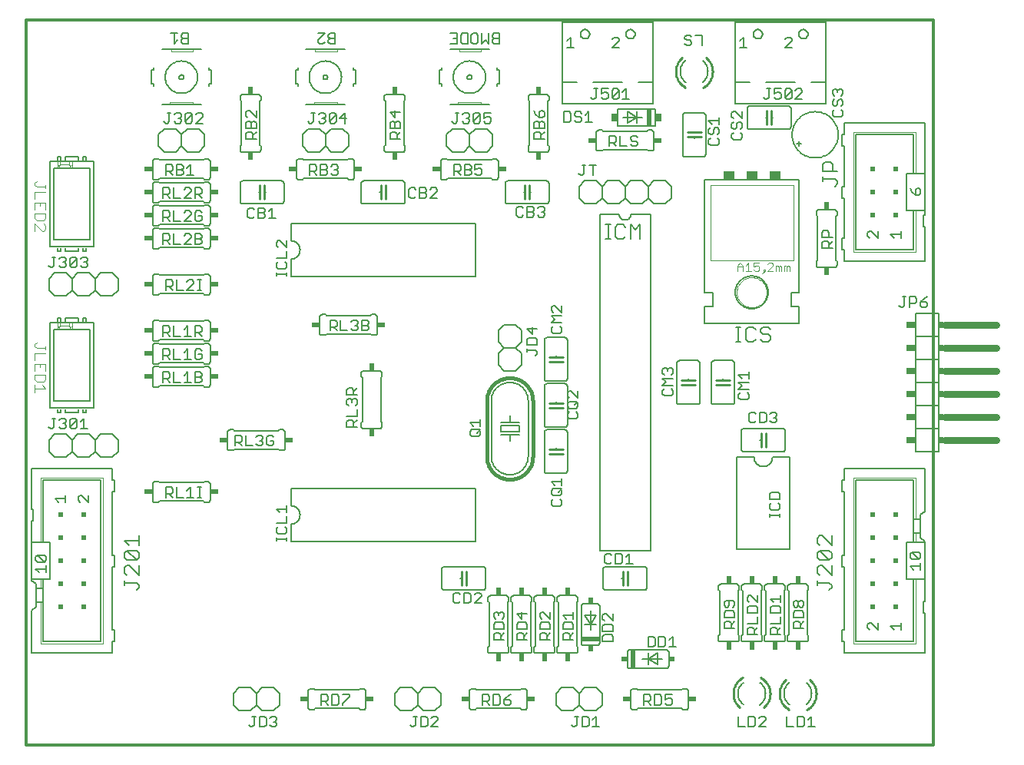
<source format=gto>
G75*
%MOIN*%
%OFA0B0*%
%FSLAX24Y24*%
%IPPOS*%
%LPD*%
%AMOC8*
5,1,8,0,0,1.08239X$1,22.5*
%
%ADD10C,0.0120*%
%ADD11C,0.0060*%
%ADD12C,0.0050*%
%ADD13C,0.0070*%
%ADD14C,0.0020*%
%ADD15R,0.0200X0.0200*%
%ADD16C,0.0040*%
%ADD17R,0.0500X0.0350*%
%ADD18C,0.0000*%
%ADD19C,0.0100*%
%ADD20R,0.0340X0.0240*%
%ADD21R,0.0240X0.0340*%
%ADD22C,0.0080*%
%ADD23C,0.0160*%
%ADD24R,0.0200X0.0800*%
%ADD25R,0.0250X0.0200*%
%ADD26R,0.0800X0.0200*%
%ADD27R,0.0200X0.0250*%
%ADD28R,0.0200X0.0736*%
%ADD29R,0.0250X0.0335*%
%ADD30C,0.0300*%
%ADD31R,0.0200X0.0300*%
%ADD32R,0.0400X0.0300*%
D10*
X013160Y000220D02*
X013160Y031716D01*
X052530Y031716D01*
X052530Y000220D01*
X013160Y000220D01*
D11*
X013410Y004220D02*
X016910Y004220D01*
X016910Y004720D01*
X017010Y004720D01*
X017010Y005220D01*
X016910Y005220D01*
X016910Y007970D01*
X017010Y007970D01*
X017010Y008470D01*
X016910Y008470D01*
X016910Y011220D01*
X017010Y011220D01*
X017010Y011720D01*
X016910Y011720D01*
X016910Y012220D01*
X013410Y012220D01*
X013410Y010470D01*
X013460Y010470D01*
X013460Y009970D01*
X013410Y009970D01*
X013410Y009020D01*
X013810Y009020D01*
X013910Y009020D01*
X013910Y011720D01*
X016410Y011720D01*
X016410Y004720D01*
X013910Y004720D01*
X013910Y006420D01*
X013910Y007020D01*
X013910Y007420D01*
X013810Y007420D01*
X013410Y007420D01*
X013410Y009020D01*
X013910Y009020D02*
X014210Y009020D01*
X014210Y007420D01*
X013910Y007420D01*
X013610Y007220D02*
X013610Y007020D01*
X013610Y006420D01*
X013810Y006420D01*
X013910Y006420D01*
X013610Y006420D02*
X013610Y006220D01*
X013410Y006070D01*
X013410Y004220D01*
X013610Y007020D02*
X013810Y007020D01*
X013910Y007020D01*
X013610Y007220D02*
X013410Y007370D01*
X013410Y007420D01*
X018660Y010870D02*
X018660Y011570D01*
X018662Y011587D01*
X018666Y011604D01*
X018673Y011620D01*
X018683Y011634D01*
X018696Y011647D01*
X018710Y011657D01*
X018726Y011664D01*
X018743Y011668D01*
X018760Y011670D01*
X018910Y011670D01*
X018960Y011620D01*
X020860Y011620D01*
X020910Y011670D01*
X021060Y011670D01*
X021077Y011668D01*
X021094Y011664D01*
X021110Y011657D01*
X021124Y011647D01*
X021137Y011634D01*
X021147Y011620D01*
X021154Y011604D01*
X021158Y011587D01*
X021160Y011570D01*
X021160Y010870D01*
X021158Y010853D01*
X021154Y010836D01*
X021147Y010820D01*
X021137Y010806D01*
X021124Y010793D01*
X021110Y010783D01*
X021094Y010776D01*
X021077Y010772D01*
X021060Y010770D01*
X020910Y010770D01*
X020860Y010820D01*
X018960Y010820D01*
X018910Y010770D01*
X018760Y010770D01*
X018743Y010772D01*
X018726Y010776D01*
X018710Y010783D01*
X018696Y010793D01*
X018683Y010806D01*
X018673Y010820D01*
X018666Y010836D01*
X018662Y010853D01*
X018660Y010870D01*
X016910Y012720D02*
X016410Y012720D01*
X016160Y012970D01*
X015910Y012720D01*
X015410Y012720D01*
X015160Y012970D01*
X014910Y012720D01*
X014410Y012720D01*
X014160Y012970D01*
X014160Y013470D01*
X014410Y013720D01*
X014910Y013720D01*
X015160Y013470D01*
X015410Y013720D01*
X015910Y013720D01*
X016160Y013470D01*
X016410Y013720D01*
X016910Y013720D01*
X017160Y013470D01*
X017160Y012970D01*
X016910Y012720D01*
X016160Y012970D02*
X016160Y013470D01*
X015160Y013470D02*
X015160Y012970D01*
X018660Y015870D02*
X018660Y016570D01*
X018662Y016587D01*
X018666Y016604D01*
X018673Y016620D01*
X018683Y016634D01*
X018696Y016647D01*
X018710Y016657D01*
X018726Y016664D01*
X018743Y016668D01*
X018760Y016670D01*
X018910Y016670D01*
X018960Y016620D01*
X020860Y016620D01*
X020910Y016670D01*
X021060Y016670D01*
X021060Y016770D02*
X020910Y016770D01*
X020860Y016820D01*
X018960Y016820D01*
X018910Y016770D01*
X018760Y016770D01*
X018743Y016772D01*
X018726Y016776D01*
X018710Y016783D01*
X018696Y016793D01*
X018683Y016806D01*
X018673Y016820D01*
X018666Y016836D01*
X018662Y016853D01*
X018660Y016870D01*
X018660Y017570D01*
X018662Y017587D01*
X018666Y017604D01*
X018673Y017620D01*
X018683Y017634D01*
X018696Y017647D01*
X018710Y017657D01*
X018726Y017664D01*
X018743Y017668D01*
X018760Y017670D01*
X018910Y017670D01*
X018960Y017620D01*
X020860Y017620D01*
X020910Y017670D01*
X021060Y017670D01*
X021077Y017668D01*
X021094Y017664D01*
X021110Y017657D01*
X021124Y017647D01*
X021137Y017634D01*
X021147Y017620D01*
X021154Y017604D01*
X021158Y017587D01*
X021160Y017570D01*
X021160Y016870D01*
X021158Y016853D01*
X021154Y016836D01*
X021147Y016820D01*
X021137Y016806D01*
X021124Y016793D01*
X021110Y016783D01*
X021094Y016776D01*
X021077Y016772D01*
X021060Y016770D01*
X021060Y016670D02*
X021077Y016668D01*
X021094Y016664D01*
X021110Y016657D01*
X021124Y016647D01*
X021137Y016634D01*
X021147Y016620D01*
X021154Y016604D01*
X021158Y016587D01*
X021160Y016570D01*
X021160Y015870D01*
X021158Y015853D01*
X021154Y015836D01*
X021147Y015820D01*
X021137Y015806D01*
X021124Y015793D01*
X021110Y015783D01*
X021094Y015776D01*
X021077Y015772D01*
X021060Y015770D01*
X020910Y015770D01*
X020860Y015820D01*
X018960Y015820D01*
X018910Y015770D01*
X018760Y015770D01*
X018743Y015772D01*
X018726Y015776D01*
X018710Y015783D01*
X018696Y015793D01*
X018683Y015806D01*
X018673Y015820D01*
X018666Y015836D01*
X018662Y015853D01*
X018660Y015870D01*
X018760Y017770D02*
X018910Y017770D01*
X018960Y017820D01*
X020860Y017820D01*
X020910Y017770D01*
X021060Y017770D01*
X021077Y017772D01*
X021094Y017776D01*
X021110Y017783D01*
X021124Y017793D01*
X021137Y017806D01*
X021147Y017820D01*
X021154Y017836D01*
X021158Y017853D01*
X021160Y017870D01*
X021160Y018570D01*
X021158Y018587D01*
X021154Y018604D01*
X021147Y018620D01*
X021137Y018634D01*
X021124Y018647D01*
X021110Y018657D01*
X021094Y018664D01*
X021077Y018668D01*
X021060Y018670D01*
X020910Y018670D01*
X020860Y018620D01*
X018960Y018620D01*
X018910Y018670D01*
X018760Y018670D01*
X018743Y018668D01*
X018726Y018664D01*
X018710Y018657D01*
X018696Y018647D01*
X018683Y018634D01*
X018673Y018620D01*
X018666Y018604D01*
X018662Y018587D01*
X018660Y018570D01*
X018660Y017870D01*
X018662Y017853D01*
X018666Y017836D01*
X018673Y017820D01*
X018683Y017806D01*
X018696Y017793D01*
X018710Y017783D01*
X018726Y017776D01*
X018743Y017772D01*
X018760Y017770D01*
X016910Y019720D02*
X016410Y019720D01*
X016160Y019970D01*
X015910Y019720D01*
X015410Y019720D01*
X015160Y019970D01*
X014910Y019720D01*
X014410Y019720D01*
X014160Y019970D01*
X014160Y020470D01*
X014410Y020720D01*
X014910Y020720D01*
X015160Y020470D01*
X015410Y020720D01*
X015910Y020720D01*
X016160Y020470D01*
X016410Y020720D01*
X016910Y020720D01*
X017160Y020470D01*
X017160Y019970D01*
X016910Y019720D01*
X016160Y019970D02*
X016160Y020470D01*
X015160Y020470D02*
X015160Y019970D01*
X018660Y019870D02*
X018660Y020570D01*
X018662Y020587D01*
X018666Y020604D01*
X018673Y020620D01*
X018683Y020634D01*
X018696Y020647D01*
X018710Y020657D01*
X018726Y020664D01*
X018743Y020668D01*
X018760Y020670D01*
X018910Y020670D01*
X018960Y020620D01*
X020860Y020620D01*
X020910Y020670D01*
X021060Y020670D01*
X021077Y020668D01*
X021094Y020664D01*
X021110Y020657D01*
X021124Y020647D01*
X021137Y020634D01*
X021147Y020620D01*
X021154Y020604D01*
X021158Y020587D01*
X021160Y020570D01*
X021160Y019870D01*
X021158Y019853D01*
X021154Y019836D01*
X021147Y019820D01*
X021137Y019806D01*
X021124Y019793D01*
X021110Y019783D01*
X021094Y019776D01*
X021077Y019772D01*
X021060Y019770D01*
X020910Y019770D01*
X020860Y019820D01*
X018960Y019820D01*
X018910Y019770D01*
X018760Y019770D01*
X018743Y019772D01*
X018726Y019776D01*
X018710Y019783D01*
X018696Y019793D01*
X018683Y019806D01*
X018673Y019820D01*
X018666Y019836D01*
X018662Y019853D01*
X018660Y019870D01*
X018760Y021770D02*
X018910Y021770D01*
X018960Y021820D01*
X020860Y021820D01*
X020910Y021770D01*
X021060Y021770D01*
X021077Y021772D01*
X021094Y021776D01*
X021110Y021783D01*
X021124Y021793D01*
X021137Y021806D01*
X021147Y021820D01*
X021154Y021836D01*
X021158Y021853D01*
X021160Y021870D01*
X021160Y022570D01*
X021158Y022587D01*
X021154Y022604D01*
X021147Y022620D01*
X021137Y022634D01*
X021124Y022647D01*
X021110Y022657D01*
X021094Y022664D01*
X021077Y022668D01*
X021060Y022670D01*
X020910Y022670D01*
X020860Y022620D01*
X018960Y022620D01*
X018910Y022670D01*
X018760Y022670D01*
X018743Y022668D01*
X018726Y022664D01*
X018710Y022657D01*
X018696Y022647D01*
X018683Y022634D01*
X018673Y022620D01*
X018666Y022604D01*
X018662Y022587D01*
X018660Y022570D01*
X018660Y021870D01*
X018662Y021853D01*
X018666Y021836D01*
X018673Y021820D01*
X018683Y021806D01*
X018696Y021793D01*
X018710Y021783D01*
X018726Y021776D01*
X018743Y021772D01*
X018760Y021770D01*
X018760Y022770D02*
X018910Y022770D01*
X018960Y022820D01*
X020860Y022820D01*
X020910Y022770D01*
X021060Y022770D01*
X021077Y022772D01*
X021094Y022776D01*
X021110Y022783D01*
X021124Y022793D01*
X021137Y022806D01*
X021147Y022820D01*
X021154Y022836D01*
X021158Y022853D01*
X021160Y022870D01*
X021160Y023570D01*
X021158Y023587D01*
X021154Y023604D01*
X021147Y023620D01*
X021137Y023634D01*
X021124Y023647D01*
X021110Y023657D01*
X021094Y023664D01*
X021077Y023668D01*
X021060Y023670D01*
X020910Y023670D01*
X020860Y023620D01*
X018960Y023620D01*
X018910Y023670D01*
X018760Y023670D01*
X018743Y023668D01*
X018726Y023664D01*
X018710Y023657D01*
X018696Y023647D01*
X018683Y023634D01*
X018673Y023620D01*
X018666Y023604D01*
X018662Y023587D01*
X018660Y023570D01*
X018660Y022870D01*
X018662Y022853D01*
X018666Y022836D01*
X018673Y022820D01*
X018683Y022806D01*
X018696Y022793D01*
X018710Y022783D01*
X018726Y022776D01*
X018743Y022772D01*
X018760Y022770D01*
X018760Y023770D02*
X018910Y023770D01*
X018960Y023820D01*
X020860Y023820D01*
X020910Y023770D01*
X021060Y023770D01*
X021077Y023772D01*
X021094Y023776D01*
X021110Y023783D01*
X021124Y023793D01*
X021137Y023806D01*
X021147Y023820D01*
X021154Y023836D01*
X021158Y023853D01*
X021160Y023870D01*
X021160Y024570D01*
X021158Y024587D01*
X021154Y024604D01*
X021147Y024620D01*
X021137Y024634D01*
X021124Y024647D01*
X021110Y024657D01*
X021094Y024664D01*
X021077Y024668D01*
X021060Y024670D01*
X020910Y024670D01*
X020860Y024620D01*
X018960Y024620D01*
X018910Y024670D01*
X018760Y024670D01*
X018743Y024668D01*
X018726Y024664D01*
X018710Y024657D01*
X018696Y024647D01*
X018683Y024634D01*
X018673Y024620D01*
X018666Y024604D01*
X018662Y024587D01*
X018660Y024570D01*
X018660Y023870D01*
X018662Y023853D01*
X018666Y023836D01*
X018673Y023820D01*
X018683Y023806D01*
X018696Y023793D01*
X018710Y023783D01*
X018726Y023776D01*
X018743Y023772D01*
X018760Y023770D01*
X018760Y024770D02*
X018910Y024770D01*
X018960Y024820D01*
X020860Y024820D01*
X020910Y024770D01*
X021060Y024770D01*
X021077Y024772D01*
X021094Y024776D01*
X021110Y024783D01*
X021124Y024793D01*
X021137Y024806D01*
X021147Y024820D01*
X021154Y024836D01*
X021158Y024853D01*
X021160Y024870D01*
X021160Y025570D01*
X021158Y025587D01*
X021154Y025604D01*
X021147Y025620D01*
X021137Y025634D01*
X021124Y025647D01*
X021110Y025657D01*
X021094Y025664D01*
X021077Y025668D01*
X021060Y025670D01*
X020910Y025670D01*
X020860Y025620D01*
X018960Y025620D01*
X018910Y025670D01*
X018760Y025670D01*
X018743Y025668D01*
X018726Y025664D01*
X018710Y025657D01*
X018696Y025647D01*
X018683Y025634D01*
X018673Y025620D01*
X018666Y025604D01*
X018662Y025587D01*
X018660Y025570D01*
X018660Y024870D01*
X018662Y024853D01*
X018666Y024836D01*
X018673Y024820D01*
X018683Y024806D01*
X018696Y024793D01*
X018710Y024783D01*
X018726Y024776D01*
X018743Y024772D01*
X018760Y024770D01*
X019160Y025970D02*
X019660Y025970D01*
X019910Y026220D01*
X020160Y025970D01*
X020660Y025970D01*
X020910Y026220D01*
X020910Y026720D01*
X020660Y026970D01*
X020160Y026970D01*
X019910Y026720D01*
X019910Y026220D01*
X019910Y026720D02*
X019660Y026970D01*
X019160Y026970D01*
X018910Y026720D01*
X018910Y026220D01*
X019160Y025970D01*
X019060Y028020D02*
X019410Y028020D01*
X020410Y028020D01*
X020760Y028020D01*
X021110Y028820D02*
X021110Y028920D01*
X021210Y028920D01*
X021210Y029520D01*
X021110Y029520D01*
X021110Y029620D01*
X020760Y030420D02*
X020410Y030420D01*
X019460Y030420D01*
X019060Y030420D01*
X018710Y029620D02*
X018710Y029520D01*
X018610Y029520D01*
X018610Y028920D01*
X018710Y028920D01*
X018710Y028820D01*
X019810Y029220D02*
X019812Y029240D01*
X019818Y029258D01*
X019827Y029276D01*
X019839Y029291D01*
X019854Y029303D01*
X019872Y029312D01*
X019890Y029318D01*
X019910Y029320D01*
X019930Y029318D01*
X019948Y029312D01*
X019966Y029303D01*
X019981Y029291D01*
X019993Y029276D01*
X020002Y029258D01*
X020008Y029240D01*
X020010Y029220D01*
X020008Y029200D01*
X020002Y029182D01*
X019993Y029164D01*
X019981Y029149D01*
X019966Y029137D01*
X019948Y029128D01*
X019930Y029122D01*
X019910Y029120D01*
X019890Y029122D01*
X019872Y029128D01*
X019854Y029137D01*
X019839Y029149D01*
X019827Y029164D01*
X019818Y029182D01*
X019812Y029200D01*
X019810Y029220D01*
X019210Y029220D02*
X019212Y029272D01*
X019218Y029324D01*
X019228Y029376D01*
X019241Y029426D01*
X019258Y029476D01*
X019279Y029524D01*
X019304Y029570D01*
X019332Y029614D01*
X019363Y029656D01*
X019397Y029696D01*
X019434Y029733D01*
X019474Y029767D01*
X019516Y029798D01*
X019560Y029826D01*
X019606Y029851D01*
X019654Y029872D01*
X019704Y029889D01*
X019754Y029902D01*
X019806Y029912D01*
X019858Y029918D01*
X019910Y029920D01*
X019962Y029918D01*
X020014Y029912D01*
X020066Y029902D01*
X020116Y029889D01*
X020166Y029872D01*
X020214Y029851D01*
X020260Y029826D01*
X020304Y029798D01*
X020346Y029767D01*
X020386Y029733D01*
X020423Y029696D01*
X020457Y029656D01*
X020488Y029614D01*
X020516Y029570D01*
X020541Y029524D01*
X020562Y029476D01*
X020579Y029426D01*
X020592Y029376D01*
X020602Y029324D01*
X020608Y029272D01*
X020610Y029220D01*
X020608Y029168D01*
X020602Y029116D01*
X020592Y029064D01*
X020579Y029014D01*
X020562Y028964D01*
X020541Y028916D01*
X020516Y028870D01*
X020488Y028826D01*
X020457Y028784D01*
X020423Y028744D01*
X020386Y028707D01*
X020346Y028673D01*
X020304Y028642D01*
X020260Y028614D01*
X020214Y028589D01*
X020166Y028568D01*
X020116Y028551D01*
X020066Y028538D01*
X020014Y028528D01*
X019962Y028522D01*
X019910Y028520D01*
X019858Y028522D01*
X019806Y028528D01*
X019754Y028538D01*
X019704Y028551D01*
X019654Y028568D01*
X019606Y028589D01*
X019560Y028614D01*
X019516Y028642D01*
X019474Y028673D01*
X019434Y028707D01*
X019397Y028744D01*
X019363Y028784D01*
X019332Y028826D01*
X019304Y028870D01*
X019279Y028916D01*
X019258Y028964D01*
X019241Y029014D01*
X019228Y029064D01*
X019218Y029116D01*
X019212Y029168D01*
X019210Y029220D01*
X022460Y028370D02*
X022460Y028220D01*
X022510Y028170D01*
X022510Y026270D01*
X022460Y026220D01*
X022460Y026070D01*
X022462Y026053D01*
X022466Y026036D01*
X022473Y026020D01*
X022483Y026006D01*
X022496Y025993D01*
X022510Y025983D01*
X022526Y025976D01*
X022543Y025972D01*
X022560Y025970D01*
X023260Y025970D01*
X023277Y025972D01*
X023294Y025976D01*
X023310Y025983D01*
X023324Y025993D01*
X023337Y026006D01*
X023347Y026020D01*
X023354Y026036D01*
X023358Y026053D01*
X023360Y026070D01*
X023360Y026220D01*
X023310Y026270D01*
X023310Y028170D01*
X023360Y028220D01*
X023360Y028370D01*
X023358Y028387D01*
X023354Y028404D01*
X023347Y028420D01*
X023337Y028434D01*
X023324Y028447D01*
X023310Y028457D01*
X023294Y028464D01*
X023277Y028468D01*
X023260Y028470D01*
X022560Y028470D01*
X022543Y028468D01*
X022526Y028464D01*
X022510Y028457D01*
X022496Y028447D01*
X022483Y028434D01*
X022473Y028420D01*
X022466Y028404D01*
X022462Y028387D01*
X022460Y028370D01*
X024860Y028920D02*
X024960Y028920D01*
X024960Y028820D01*
X024860Y028920D02*
X024860Y029520D01*
X024960Y029520D01*
X024960Y029620D01*
X025310Y030420D02*
X025710Y030420D01*
X026660Y030420D01*
X027010Y030420D01*
X027360Y029620D02*
X027360Y029520D01*
X027460Y029520D01*
X027460Y028920D01*
X027360Y028920D01*
X027360Y028820D01*
X027010Y028020D02*
X026660Y028020D01*
X025660Y028020D01*
X025310Y028020D01*
X025410Y026970D02*
X025160Y026720D01*
X025160Y026220D01*
X025410Y025970D01*
X025910Y025970D01*
X026160Y026220D01*
X026410Y025970D01*
X026910Y025970D01*
X027160Y026220D01*
X027160Y026720D01*
X026910Y026970D01*
X026410Y026970D01*
X026160Y026720D01*
X026160Y026220D01*
X026160Y026720D02*
X025910Y026970D01*
X025410Y026970D01*
X025160Y025670D02*
X025210Y025620D01*
X027110Y025620D01*
X027160Y025670D01*
X027310Y025670D01*
X027327Y025668D01*
X027344Y025664D01*
X027360Y025657D01*
X027374Y025647D01*
X027387Y025634D01*
X027397Y025620D01*
X027404Y025604D01*
X027408Y025587D01*
X027410Y025570D01*
X027410Y024870D01*
X027408Y024853D01*
X027404Y024836D01*
X027397Y024820D01*
X027387Y024806D01*
X027374Y024793D01*
X027360Y024783D01*
X027344Y024776D01*
X027327Y024772D01*
X027310Y024770D01*
X027160Y024770D01*
X027110Y024820D01*
X025210Y024820D01*
X025160Y024770D01*
X025010Y024770D01*
X024993Y024772D01*
X024976Y024776D01*
X024960Y024783D01*
X024946Y024793D01*
X024933Y024806D01*
X024923Y024820D01*
X024916Y024836D01*
X024912Y024853D01*
X024910Y024870D01*
X024910Y025570D01*
X024912Y025587D01*
X024916Y025604D01*
X024923Y025620D01*
X024933Y025634D01*
X024946Y025647D01*
X024960Y025657D01*
X024976Y025664D01*
X024993Y025668D01*
X025010Y025670D01*
X025160Y025670D01*
X024260Y024720D02*
X022560Y024720D01*
X022543Y024718D01*
X022526Y024714D01*
X022510Y024707D01*
X022496Y024697D01*
X022483Y024684D01*
X022473Y024670D01*
X022466Y024654D01*
X022462Y024637D01*
X022460Y024620D01*
X022460Y023820D01*
X022462Y023803D01*
X022466Y023786D01*
X022473Y023770D01*
X022483Y023756D01*
X022496Y023743D01*
X022510Y023733D01*
X022526Y023726D01*
X022543Y023722D01*
X022560Y023720D01*
X024260Y023720D01*
X024277Y023722D01*
X024294Y023726D01*
X024310Y023733D01*
X024324Y023743D01*
X024337Y023756D01*
X024347Y023770D01*
X024354Y023786D01*
X024358Y023803D01*
X024360Y023820D01*
X024360Y024620D01*
X024358Y024637D01*
X024354Y024654D01*
X024347Y024670D01*
X024337Y024684D01*
X024324Y024697D01*
X024310Y024707D01*
X024294Y024714D01*
X024277Y024718D01*
X024260Y024720D01*
X023560Y024220D02*
X023510Y024220D01*
X023310Y024220D02*
X023260Y024220D01*
X024660Y022870D02*
X024660Y022120D01*
X024699Y022118D01*
X024738Y022112D01*
X024776Y022103D01*
X024813Y022090D01*
X024849Y022073D01*
X024882Y022053D01*
X024914Y022029D01*
X024943Y022003D01*
X024969Y021974D01*
X024993Y021942D01*
X025013Y021909D01*
X025030Y021873D01*
X025043Y021836D01*
X025052Y021798D01*
X025058Y021759D01*
X025060Y021720D01*
X025058Y021681D01*
X025052Y021642D01*
X025043Y021604D01*
X025030Y021567D01*
X025013Y021531D01*
X024993Y021498D01*
X024969Y021466D01*
X024943Y021437D01*
X024914Y021411D01*
X024882Y021387D01*
X024849Y021367D01*
X024813Y021350D01*
X024776Y021337D01*
X024738Y021328D01*
X024699Y021322D01*
X024660Y021320D01*
X024660Y020570D01*
X032660Y020570D01*
X032660Y022870D01*
X024660Y022870D01*
X027710Y023820D02*
X027710Y024620D01*
X027712Y024637D01*
X027716Y024654D01*
X027723Y024670D01*
X027733Y024684D01*
X027746Y024697D01*
X027760Y024707D01*
X027776Y024714D01*
X027793Y024718D01*
X027810Y024720D01*
X029510Y024720D01*
X029527Y024718D01*
X029544Y024714D01*
X029560Y024707D01*
X029574Y024697D01*
X029587Y024684D01*
X029597Y024670D01*
X029604Y024654D01*
X029608Y024637D01*
X029610Y024620D01*
X029610Y023820D01*
X029608Y023803D01*
X029604Y023786D01*
X029597Y023770D01*
X029587Y023756D01*
X029574Y023743D01*
X029560Y023733D01*
X029544Y023726D01*
X029527Y023722D01*
X029510Y023720D01*
X027810Y023720D01*
X027793Y023722D01*
X027776Y023726D01*
X027760Y023733D01*
X027746Y023743D01*
X027733Y023756D01*
X027723Y023770D01*
X027716Y023786D01*
X027712Y023803D01*
X027710Y023820D01*
X028510Y024220D02*
X028560Y024220D01*
X028760Y024220D02*
X028810Y024220D01*
X028810Y025970D02*
X029510Y025970D01*
X029527Y025972D01*
X029544Y025976D01*
X029560Y025983D01*
X029574Y025993D01*
X029587Y026006D01*
X029597Y026020D01*
X029604Y026036D01*
X029608Y026053D01*
X029610Y026070D01*
X029610Y026220D01*
X029560Y026270D01*
X029560Y028170D01*
X029610Y028220D01*
X029610Y028370D01*
X029608Y028387D01*
X029604Y028404D01*
X029597Y028420D01*
X029587Y028434D01*
X029574Y028447D01*
X029560Y028457D01*
X029544Y028464D01*
X029527Y028468D01*
X029510Y028470D01*
X028810Y028470D01*
X028793Y028468D01*
X028776Y028464D01*
X028760Y028457D01*
X028746Y028447D01*
X028733Y028434D01*
X028723Y028420D01*
X028716Y028404D01*
X028712Y028387D01*
X028710Y028370D01*
X028710Y028220D01*
X028760Y028170D01*
X028760Y026270D01*
X028710Y026220D01*
X028710Y026070D01*
X028712Y026053D01*
X028716Y026036D01*
X028723Y026020D01*
X028733Y026006D01*
X028746Y025993D01*
X028760Y025983D01*
X028776Y025976D01*
X028793Y025972D01*
X028810Y025970D01*
X031160Y025570D02*
X031160Y024870D01*
X031162Y024853D01*
X031166Y024836D01*
X031173Y024820D01*
X031183Y024806D01*
X031196Y024793D01*
X031210Y024783D01*
X031226Y024776D01*
X031243Y024772D01*
X031260Y024770D01*
X031410Y024770D01*
X031460Y024820D01*
X033360Y024820D01*
X033410Y024770D01*
X033560Y024770D01*
X033577Y024772D01*
X033594Y024776D01*
X033610Y024783D01*
X033624Y024793D01*
X033637Y024806D01*
X033647Y024820D01*
X033654Y024836D01*
X033658Y024853D01*
X033660Y024870D01*
X033660Y025570D01*
X033658Y025587D01*
X033654Y025604D01*
X033647Y025620D01*
X033637Y025634D01*
X033624Y025647D01*
X033610Y025657D01*
X033594Y025664D01*
X033577Y025668D01*
X033560Y025670D01*
X033410Y025670D01*
X033360Y025620D01*
X031460Y025620D01*
X031410Y025670D01*
X031260Y025670D01*
X031243Y025668D01*
X031226Y025664D01*
X031210Y025657D01*
X031196Y025647D01*
X031183Y025634D01*
X031173Y025620D01*
X031166Y025604D01*
X031162Y025587D01*
X031160Y025570D01*
X031660Y025970D02*
X032160Y025970D01*
X032410Y026220D01*
X032660Y025970D01*
X033160Y025970D01*
X033410Y026220D01*
X033410Y026720D01*
X033160Y026970D01*
X032660Y026970D01*
X032410Y026720D01*
X032410Y026220D01*
X032410Y026720D02*
X032160Y026970D01*
X031660Y026970D01*
X031410Y026720D01*
X031410Y026220D01*
X031660Y025970D01*
X033960Y024620D02*
X033960Y023820D01*
X033962Y023803D01*
X033966Y023786D01*
X033973Y023770D01*
X033983Y023756D01*
X033996Y023743D01*
X034010Y023733D01*
X034026Y023726D01*
X034043Y023722D01*
X034060Y023720D01*
X035760Y023720D01*
X035777Y023722D01*
X035794Y023726D01*
X035810Y023733D01*
X035824Y023743D01*
X035837Y023756D01*
X035847Y023770D01*
X035854Y023786D01*
X035858Y023803D01*
X035860Y023820D01*
X035860Y024620D01*
X035858Y024637D01*
X035854Y024654D01*
X035847Y024670D01*
X035837Y024684D01*
X035824Y024697D01*
X035810Y024707D01*
X035794Y024714D01*
X035777Y024718D01*
X035760Y024720D01*
X034060Y024720D01*
X034043Y024718D01*
X034026Y024714D01*
X034010Y024707D01*
X033996Y024697D01*
X033983Y024684D01*
X033973Y024670D01*
X033966Y024654D01*
X033962Y024637D01*
X033960Y024620D01*
X034760Y024220D02*
X034810Y024220D01*
X035010Y024220D02*
X035060Y024220D01*
X035060Y025970D02*
X035760Y025970D01*
X035777Y025972D01*
X035794Y025976D01*
X035810Y025983D01*
X035824Y025993D01*
X035837Y026006D01*
X035847Y026020D01*
X035854Y026036D01*
X035858Y026053D01*
X035860Y026070D01*
X035860Y026220D01*
X035810Y026270D01*
X035810Y028170D01*
X035860Y028220D01*
X035860Y028370D01*
X035858Y028387D01*
X035854Y028404D01*
X035847Y028420D01*
X035837Y028434D01*
X035824Y028447D01*
X035810Y028457D01*
X035794Y028464D01*
X035777Y028468D01*
X035760Y028470D01*
X035060Y028470D01*
X035043Y028468D01*
X035026Y028464D01*
X035010Y028457D01*
X034996Y028447D01*
X034983Y028434D01*
X034973Y028420D01*
X034966Y028404D01*
X034962Y028387D01*
X034960Y028370D01*
X034960Y028220D01*
X035010Y028170D01*
X035010Y026270D01*
X034960Y026220D01*
X034960Y026070D01*
X034962Y026053D01*
X034966Y026036D01*
X034973Y026020D01*
X034983Y026006D01*
X034996Y025993D01*
X035010Y025983D01*
X035026Y025976D01*
X035043Y025972D01*
X035060Y025970D01*
X037160Y024470D02*
X037160Y023970D01*
X037410Y023720D01*
X037910Y023720D01*
X038160Y023970D01*
X038410Y023720D01*
X038910Y023720D01*
X039160Y023970D01*
X039160Y024470D01*
X038910Y024720D01*
X038410Y024720D01*
X038160Y024470D01*
X038160Y023970D01*
X038160Y024470D02*
X037910Y024720D01*
X037410Y024720D01*
X037160Y024470D01*
X038060Y023270D02*
X038060Y008670D01*
X040260Y008670D01*
X040260Y023270D01*
X039410Y023270D01*
X039408Y023240D01*
X039403Y023210D01*
X039394Y023181D01*
X039381Y023154D01*
X039366Y023128D01*
X039347Y023104D01*
X039326Y023083D01*
X039302Y023064D01*
X039276Y023049D01*
X039249Y023036D01*
X039220Y023027D01*
X039190Y023022D01*
X039160Y023020D01*
X039130Y023022D01*
X039100Y023027D01*
X039071Y023036D01*
X039044Y023049D01*
X039018Y023064D01*
X038994Y023083D01*
X038973Y023104D01*
X038954Y023128D01*
X038939Y023154D01*
X038926Y023181D01*
X038917Y023210D01*
X038912Y023240D01*
X038910Y023270D01*
X038060Y023270D01*
X039160Y023970D02*
X039410Y023720D01*
X039910Y023720D01*
X040160Y023970D01*
X040410Y023720D01*
X040910Y023720D01*
X041160Y023970D01*
X041160Y024470D01*
X040910Y024720D01*
X040410Y024720D01*
X040160Y024470D01*
X040160Y023970D01*
X040160Y024470D02*
X039910Y024720D01*
X039410Y024720D01*
X039160Y024470D01*
X038160Y026020D02*
X038010Y026020D01*
X037993Y026022D01*
X037976Y026026D01*
X037960Y026033D01*
X037946Y026043D01*
X037933Y026056D01*
X037923Y026070D01*
X037916Y026086D01*
X037912Y026103D01*
X037910Y026120D01*
X037910Y026820D01*
X037912Y026837D01*
X037916Y026854D01*
X037923Y026870D01*
X037933Y026884D01*
X037946Y026897D01*
X037960Y026907D01*
X037976Y026914D01*
X037993Y026918D01*
X038010Y026920D01*
X038160Y026920D01*
X038210Y026870D01*
X040110Y026870D01*
X040160Y026920D01*
X040310Y026920D01*
X040327Y026918D01*
X040344Y026914D01*
X040360Y026907D01*
X040374Y026897D01*
X040387Y026884D01*
X040397Y026870D01*
X040404Y026854D01*
X040408Y026837D01*
X040410Y026820D01*
X040410Y026120D01*
X040408Y026103D01*
X040404Y026086D01*
X040397Y026070D01*
X040387Y026056D01*
X040374Y026043D01*
X040360Y026033D01*
X040344Y026026D01*
X040327Y026022D01*
X040310Y026020D01*
X040160Y026020D01*
X040110Y026070D01*
X038210Y026070D01*
X038160Y026020D01*
X038841Y027108D02*
X040480Y027108D01*
X040480Y027832D01*
X038841Y027832D01*
X038841Y027108D01*
X039060Y027470D02*
X039660Y027470D01*
X039660Y027720D01*
X039660Y027470D02*
X039660Y027220D01*
X039660Y027470D02*
X039260Y027220D01*
X039260Y027720D01*
X039660Y027470D01*
X039910Y027470D01*
X040376Y028070D02*
X040376Y029010D01*
X040376Y031610D01*
X036446Y031610D01*
X036446Y031690D01*
X040376Y031690D01*
X040376Y031610D01*
X039196Y031090D02*
X039198Y031118D01*
X039204Y031145D01*
X039213Y031171D01*
X039226Y031196D01*
X039243Y031219D01*
X039262Y031239D01*
X039284Y031256D01*
X039308Y031270D01*
X039334Y031280D01*
X039361Y031287D01*
X039389Y031290D01*
X039417Y031289D01*
X039444Y031284D01*
X039471Y031275D01*
X039496Y031263D01*
X039519Y031248D01*
X039540Y031229D01*
X039558Y031208D01*
X039573Y031184D01*
X039584Y031158D01*
X039592Y031132D01*
X039596Y031104D01*
X039596Y031076D01*
X039592Y031048D01*
X039584Y031022D01*
X039573Y030996D01*
X039558Y030972D01*
X039540Y030951D01*
X039519Y030932D01*
X039496Y030917D01*
X039471Y030905D01*
X039444Y030896D01*
X039417Y030891D01*
X039389Y030890D01*
X039361Y030893D01*
X039334Y030900D01*
X039308Y030910D01*
X039284Y030924D01*
X039262Y030941D01*
X039243Y030961D01*
X039226Y030984D01*
X039213Y031009D01*
X039204Y031035D01*
X039198Y031062D01*
X039196Y031090D01*
X037226Y031090D02*
X037228Y031118D01*
X037234Y031145D01*
X037243Y031171D01*
X037256Y031196D01*
X037273Y031219D01*
X037292Y031239D01*
X037314Y031256D01*
X037338Y031270D01*
X037364Y031280D01*
X037391Y031287D01*
X037419Y031290D01*
X037447Y031289D01*
X037474Y031284D01*
X037501Y031275D01*
X037526Y031263D01*
X037549Y031248D01*
X037570Y031229D01*
X037588Y031208D01*
X037603Y031184D01*
X037614Y031158D01*
X037622Y031132D01*
X037626Y031104D01*
X037626Y031076D01*
X037622Y031048D01*
X037614Y031022D01*
X037603Y030996D01*
X037588Y030972D01*
X037570Y030951D01*
X037549Y030932D01*
X037526Y030917D01*
X037501Y030905D01*
X037474Y030896D01*
X037447Y030891D01*
X037419Y030890D01*
X037391Y030893D01*
X037364Y030900D01*
X037338Y030910D01*
X037314Y030924D01*
X037292Y030941D01*
X037273Y030961D01*
X037256Y030984D01*
X037243Y031009D01*
X037234Y031035D01*
X037228Y031062D01*
X037226Y031090D01*
X036446Y031610D02*
X036446Y029010D01*
X037076Y029010D01*
X036446Y029010D02*
X036446Y028070D01*
X040376Y028070D01*
X040376Y029010D02*
X039746Y029010D01*
X039046Y029010D02*
X037776Y029010D01*
X033710Y028920D02*
X033710Y029520D01*
X033610Y029520D01*
X033610Y029620D01*
X033260Y030420D02*
X032910Y030420D01*
X031960Y030420D01*
X031560Y030420D01*
X031210Y029620D02*
X031210Y029520D01*
X031110Y029520D01*
X031110Y028920D01*
X031210Y028920D01*
X031210Y028820D01*
X031560Y028020D02*
X031910Y028020D01*
X032910Y028020D01*
X033260Y028020D01*
X033610Y028820D02*
X033610Y028920D01*
X033710Y028920D01*
X032310Y029220D02*
X032312Y029240D01*
X032318Y029258D01*
X032327Y029276D01*
X032339Y029291D01*
X032354Y029303D01*
X032372Y029312D01*
X032390Y029318D01*
X032410Y029320D01*
X032430Y029318D01*
X032448Y029312D01*
X032466Y029303D01*
X032481Y029291D01*
X032493Y029276D01*
X032502Y029258D01*
X032508Y029240D01*
X032510Y029220D01*
X032508Y029200D01*
X032502Y029182D01*
X032493Y029164D01*
X032481Y029149D01*
X032466Y029137D01*
X032448Y029128D01*
X032430Y029122D01*
X032410Y029120D01*
X032390Y029122D01*
X032372Y029128D01*
X032354Y029137D01*
X032339Y029149D01*
X032327Y029164D01*
X032318Y029182D01*
X032312Y029200D01*
X032310Y029220D01*
X031710Y029220D02*
X031712Y029272D01*
X031718Y029324D01*
X031728Y029376D01*
X031741Y029426D01*
X031758Y029476D01*
X031779Y029524D01*
X031804Y029570D01*
X031832Y029614D01*
X031863Y029656D01*
X031897Y029696D01*
X031934Y029733D01*
X031974Y029767D01*
X032016Y029798D01*
X032060Y029826D01*
X032106Y029851D01*
X032154Y029872D01*
X032204Y029889D01*
X032254Y029902D01*
X032306Y029912D01*
X032358Y029918D01*
X032410Y029920D01*
X032462Y029918D01*
X032514Y029912D01*
X032566Y029902D01*
X032616Y029889D01*
X032666Y029872D01*
X032714Y029851D01*
X032760Y029826D01*
X032804Y029798D01*
X032846Y029767D01*
X032886Y029733D01*
X032923Y029696D01*
X032957Y029656D01*
X032988Y029614D01*
X033016Y029570D01*
X033041Y029524D01*
X033062Y029476D01*
X033079Y029426D01*
X033092Y029376D01*
X033102Y029324D01*
X033108Y029272D01*
X033110Y029220D01*
X033108Y029168D01*
X033102Y029116D01*
X033092Y029064D01*
X033079Y029014D01*
X033062Y028964D01*
X033041Y028916D01*
X033016Y028870D01*
X032988Y028826D01*
X032957Y028784D01*
X032923Y028744D01*
X032886Y028707D01*
X032846Y028673D01*
X032804Y028642D01*
X032760Y028614D01*
X032714Y028589D01*
X032666Y028568D01*
X032616Y028551D01*
X032566Y028538D01*
X032514Y028528D01*
X032462Y028522D01*
X032410Y028520D01*
X032358Y028522D01*
X032306Y028528D01*
X032254Y028538D01*
X032204Y028551D01*
X032154Y028568D01*
X032106Y028589D01*
X032060Y028614D01*
X032016Y028642D01*
X031974Y028673D01*
X031934Y028707D01*
X031897Y028744D01*
X031863Y028784D01*
X031832Y028826D01*
X031804Y028870D01*
X031779Y028916D01*
X031758Y028964D01*
X031741Y029014D01*
X031728Y029064D01*
X031718Y029116D01*
X031712Y029168D01*
X031710Y029220D01*
X026060Y029220D02*
X026062Y029240D01*
X026068Y029258D01*
X026077Y029276D01*
X026089Y029291D01*
X026104Y029303D01*
X026122Y029312D01*
X026140Y029318D01*
X026160Y029320D01*
X026180Y029318D01*
X026198Y029312D01*
X026216Y029303D01*
X026231Y029291D01*
X026243Y029276D01*
X026252Y029258D01*
X026258Y029240D01*
X026260Y029220D01*
X026258Y029200D01*
X026252Y029182D01*
X026243Y029164D01*
X026231Y029149D01*
X026216Y029137D01*
X026198Y029128D01*
X026180Y029122D01*
X026160Y029120D01*
X026140Y029122D01*
X026122Y029128D01*
X026104Y029137D01*
X026089Y029149D01*
X026077Y029164D01*
X026068Y029182D01*
X026062Y029200D01*
X026060Y029220D01*
X025460Y029220D02*
X025462Y029272D01*
X025468Y029324D01*
X025478Y029376D01*
X025491Y029426D01*
X025508Y029476D01*
X025529Y029524D01*
X025554Y029570D01*
X025582Y029614D01*
X025613Y029656D01*
X025647Y029696D01*
X025684Y029733D01*
X025724Y029767D01*
X025766Y029798D01*
X025810Y029826D01*
X025856Y029851D01*
X025904Y029872D01*
X025954Y029889D01*
X026004Y029902D01*
X026056Y029912D01*
X026108Y029918D01*
X026160Y029920D01*
X026212Y029918D01*
X026264Y029912D01*
X026316Y029902D01*
X026366Y029889D01*
X026416Y029872D01*
X026464Y029851D01*
X026510Y029826D01*
X026554Y029798D01*
X026596Y029767D01*
X026636Y029733D01*
X026673Y029696D01*
X026707Y029656D01*
X026738Y029614D01*
X026766Y029570D01*
X026791Y029524D01*
X026812Y029476D01*
X026829Y029426D01*
X026842Y029376D01*
X026852Y029324D01*
X026858Y029272D01*
X026860Y029220D01*
X026858Y029168D01*
X026852Y029116D01*
X026842Y029064D01*
X026829Y029014D01*
X026812Y028964D01*
X026791Y028916D01*
X026766Y028870D01*
X026738Y028826D01*
X026707Y028784D01*
X026673Y028744D01*
X026636Y028707D01*
X026596Y028673D01*
X026554Y028642D01*
X026510Y028614D01*
X026464Y028589D01*
X026416Y028568D01*
X026366Y028551D01*
X026316Y028538D01*
X026264Y028528D01*
X026212Y028522D01*
X026160Y028520D01*
X026108Y028522D01*
X026056Y028528D01*
X026004Y028538D01*
X025954Y028551D01*
X025904Y028568D01*
X025856Y028589D01*
X025810Y028614D01*
X025766Y028642D01*
X025724Y028673D01*
X025684Y028707D01*
X025647Y028744D01*
X025613Y028784D01*
X025582Y028826D01*
X025554Y028870D01*
X025529Y028916D01*
X025508Y028964D01*
X025491Y029014D01*
X025478Y029064D01*
X025468Y029116D01*
X025462Y029168D01*
X025460Y029220D01*
X026010Y018920D02*
X026160Y018920D01*
X026210Y018870D01*
X028110Y018870D01*
X028160Y018920D01*
X028310Y018920D01*
X028327Y018918D01*
X028344Y018914D01*
X028360Y018907D01*
X028374Y018897D01*
X028387Y018884D01*
X028397Y018870D01*
X028404Y018854D01*
X028408Y018837D01*
X028410Y018820D01*
X028410Y018120D01*
X028408Y018103D01*
X028404Y018086D01*
X028397Y018070D01*
X028387Y018056D01*
X028374Y018043D01*
X028360Y018033D01*
X028344Y018026D01*
X028327Y018022D01*
X028310Y018020D01*
X028160Y018020D01*
X028110Y018070D01*
X026210Y018070D01*
X026160Y018020D01*
X026010Y018020D01*
X025993Y018022D01*
X025976Y018026D01*
X025960Y018033D01*
X025946Y018043D01*
X025933Y018056D01*
X025923Y018070D01*
X025916Y018086D01*
X025912Y018103D01*
X025910Y018120D01*
X025910Y018820D01*
X025912Y018837D01*
X025916Y018854D01*
X025923Y018870D01*
X025933Y018884D01*
X025946Y018897D01*
X025960Y018907D01*
X025976Y018914D01*
X025993Y018918D01*
X026010Y018920D01*
X027810Y016470D02*
X028510Y016470D01*
X028527Y016468D01*
X028544Y016464D01*
X028560Y016457D01*
X028574Y016447D01*
X028587Y016434D01*
X028597Y016420D01*
X028604Y016404D01*
X028608Y016387D01*
X028610Y016370D01*
X028610Y016220D01*
X028560Y016170D01*
X028560Y014270D01*
X028610Y014220D01*
X028610Y014070D01*
X028608Y014053D01*
X028604Y014036D01*
X028597Y014020D01*
X028587Y014006D01*
X028574Y013993D01*
X028560Y013983D01*
X028544Y013976D01*
X028527Y013972D01*
X028510Y013970D01*
X027810Y013970D01*
X027793Y013972D01*
X027776Y013976D01*
X027760Y013983D01*
X027746Y013993D01*
X027733Y014006D01*
X027723Y014020D01*
X027716Y014036D01*
X027712Y014053D01*
X027710Y014070D01*
X027710Y014220D01*
X027760Y014270D01*
X027760Y016170D01*
X027710Y016220D01*
X027710Y016370D01*
X027712Y016387D01*
X027716Y016404D01*
X027723Y016420D01*
X027733Y016434D01*
X027746Y016447D01*
X027760Y016457D01*
X027776Y016464D01*
X027793Y016468D01*
X027810Y016470D01*
X024410Y013820D02*
X024410Y013120D01*
X024408Y013103D01*
X024404Y013086D01*
X024397Y013070D01*
X024387Y013056D01*
X024374Y013043D01*
X024360Y013033D01*
X024344Y013026D01*
X024327Y013022D01*
X024310Y013020D01*
X024160Y013020D01*
X024110Y013070D01*
X022210Y013070D01*
X022160Y013020D01*
X022010Y013020D01*
X021993Y013022D01*
X021976Y013026D01*
X021960Y013033D01*
X021946Y013043D01*
X021933Y013056D01*
X021923Y013070D01*
X021916Y013086D01*
X021912Y013103D01*
X021910Y013120D01*
X021910Y013820D01*
X021912Y013837D01*
X021916Y013854D01*
X021923Y013870D01*
X021933Y013884D01*
X021946Y013897D01*
X021960Y013907D01*
X021976Y013914D01*
X021993Y013918D01*
X022010Y013920D01*
X022160Y013920D01*
X022210Y013870D01*
X024110Y013870D01*
X024160Y013920D01*
X024310Y013920D01*
X024327Y013918D01*
X024344Y013914D01*
X024360Y013907D01*
X024374Y013897D01*
X024387Y013884D01*
X024397Y013870D01*
X024404Y013854D01*
X024408Y013837D01*
X024410Y013820D01*
X024660Y011370D02*
X024660Y010620D01*
X024699Y010618D01*
X024738Y010612D01*
X024776Y010603D01*
X024813Y010590D01*
X024849Y010573D01*
X024882Y010553D01*
X024914Y010529D01*
X024943Y010503D01*
X024969Y010474D01*
X024993Y010442D01*
X025013Y010409D01*
X025030Y010373D01*
X025043Y010336D01*
X025052Y010298D01*
X025058Y010259D01*
X025060Y010220D01*
X025058Y010181D01*
X025052Y010142D01*
X025043Y010104D01*
X025030Y010067D01*
X025013Y010031D01*
X024993Y009998D01*
X024969Y009966D01*
X024943Y009937D01*
X024914Y009911D01*
X024882Y009887D01*
X024849Y009867D01*
X024813Y009850D01*
X024776Y009837D01*
X024738Y009828D01*
X024699Y009822D01*
X024660Y009820D01*
X024660Y009070D01*
X032660Y009070D01*
X032660Y011370D01*
X024660Y011370D01*
X031210Y007870D02*
X031210Y007070D01*
X031212Y007053D01*
X031216Y007036D01*
X031223Y007020D01*
X031233Y007006D01*
X031246Y006993D01*
X031260Y006983D01*
X031276Y006976D01*
X031293Y006972D01*
X031310Y006970D01*
X033010Y006970D01*
X033027Y006972D01*
X033044Y006976D01*
X033060Y006983D01*
X033074Y006993D01*
X033087Y007006D01*
X033097Y007020D01*
X033104Y007036D01*
X033108Y007053D01*
X033110Y007070D01*
X033110Y007870D01*
X033108Y007887D01*
X033104Y007904D01*
X033097Y007920D01*
X033087Y007934D01*
X033074Y007947D01*
X033060Y007957D01*
X033044Y007964D01*
X033027Y007968D01*
X033010Y007970D01*
X031310Y007970D01*
X031293Y007968D01*
X031276Y007964D01*
X031260Y007957D01*
X031246Y007947D01*
X031233Y007934D01*
X031223Y007920D01*
X031216Y007904D01*
X031212Y007887D01*
X031210Y007870D01*
X032010Y007470D02*
X032060Y007470D01*
X032260Y007470D02*
X032310Y007470D01*
X033210Y006620D02*
X033210Y006470D01*
X033260Y006420D01*
X033260Y004520D01*
X033210Y004470D01*
X033210Y004320D01*
X033212Y004303D01*
X033216Y004286D01*
X033223Y004270D01*
X033233Y004256D01*
X033246Y004243D01*
X033260Y004233D01*
X033276Y004226D01*
X033293Y004222D01*
X033310Y004220D01*
X034010Y004220D01*
X034027Y004222D01*
X034044Y004226D01*
X034060Y004233D01*
X034074Y004243D01*
X034087Y004256D01*
X034097Y004270D01*
X034104Y004286D01*
X034108Y004303D01*
X034110Y004320D01*
X034110Y004470D01*
X034060Y004520D01*
X034060Y006420D01*
X034110Y006470D01*
X034110Y006620D01*
X034108Y006637D01*
X034104Y006654D01*
X034097Y006670D01*
X034087Y006684D01*
X034074Y006697D01*
X034060Y006707D01*
X034044Y006714D01*
X034027Y006718D01*
X034010Y006720D01*
X033310Y006720D01*
X033293Y006718D01*
X033276Y006714D01*
X033260Y006707D01*
X033246Y006697D01*
X033233Y006684D01*
X033223Y006670D01*
X033216Y006654D01*
X033212Y006637D01*
X033210Y006620D01*
X034210Y006620D02*
X034210Y006470D01*
X034260Y006420D01*
X034260Y004520D01*
X034210Y004470D01*
X034210Y004320D01*
X034212Y004303D01*
X034216Y004286D01*
X034223Y004270D01*
X034233Y004256D01*
X034246Y004243D01*
X034260Y004233D01*
X034276Y004226D01*
X034293Y004222D01*
X034310Y004220D01*
X035010Y004220D01*
X035027Y004222D01*
X035044Y004226D01*
X035060Y004233D01*
X035074Y004243D01*
X035087Y004256D01*
X035097Y004270D01*
X035104Y004286D01*
X035108Y004303D01*
X035110Y004320D01*
X035110Y004470D01*
X035060Y004520D01*
X035060Y006420D01*
X035110Y006470D01*
X035110Y006620D01*
X035108Y006637D01*
X035104Y006654D01*
X035097Y006670D01*
X035087Y006684D01*
X035074Y006697D01*
X035060Y006707D01*
X035044Y006714D01*
X035027Y006718D01*
X035010Y006720D01*
X034310Y006720D01*
X034293Y006718D01*
X034276Y006714D01*
X034260Y006707D01*
X034246Y006697D01*
X034233Y006684D01*
X034223Y006670D01*
X034216Y006654D01*
X034212Y006637D01*
X034210Y006620D01*
X035210Y006620D02*
X035210Y006470D01*
X035260Y006420D01*
X035260Y004520D01*
X035210Y004470D01*
X035210Y004320D01*
X035212Y004303D01*
X035216Y004286D01*
X035223Y004270D01*
X035233Y004256D01*
X035246Y004243D01*
X035260Y004233D01*
X035276Y004226D01*
X035293Y004222D01*
X035310Y004220D01*
X036010Y004220D01*
X036027Y004222D01*
X036044Y004226D01*
X036060Y004233D01*
X036074Y004243D01*
X036087Y004256D01*
X036097Y004270D01*
X036104Y004286D01*
X036108Y004303D01*
X036110Y004320D01*
X036110Y004470D01*
X036060Y004520D01*
X036060Y006420D01*
X036110Y006470D01*
X036110Y006620D01*
X036108Y006637D01*
X036104Y006654D01*
X036097Y006670D01*
X036087Y006684D01*
X036074Y006697D01*
X036060Y006707D01*
X036044Y006714D01*
X036027Y006718D01*
X036010Y006720D01*
X035310Y006720D01*
X035293Y006718D01*
X035276Y006714D01*
X035260Y006707D01*
X035246Y006697D01*
X035233Y006684D01*
X035223Y006670D01*
X035216Y006654D01*
X035212Y006637D01*
X035210Y006620D01*
X036210Y006620D02*
X036210Y006470D01*
X036260Y006420D01*
X036260Y004520D01*
X036210Y004470D01*
X036210Y004320D01*
X036212Y004303D01*
X036216Y004286D01*
X036223Y004270D01*
X036233Y004256D01*
X036246Y004243D01*
X036260Y004233D01*
X036276Y004226D01*
X036293Y004222D01*
X036310Y004220D01*
X037010Y004220D01*
X037027Y004222D01*
X037044Y004226D01*
X037060Y004233D01*
X037074Y004243D01*
X037087Y004256D01*
X037097Y004270D01*
X037104Y004286D01*
X037108Y004303D01*
X037110Y004320D01*
X037110Y004470D01*
X037060Y004520D01*
X037060Y006420D01*
X037110Y006470D01*
X037110Y006620D01*
X037108Y006637D01*
X037104Y006654D01*
X037097Y006670D01*
X037087Y006684D01*
X037074Y006697D01*
X037060Y006707D01*
X037044Y006714D01*
X037027Y006718D01*
X037010Y006720D01*
X036310Y006720D01*
X036293Y006718D01*
X036276Y006714D01*
X036260Y006707D01*
X036246Y006697D01*
X036233Y006684D01*
X036223Y006670D01*
X036216Y006654D01*
X036212Y006637D01*
X036210Y006620D01*
X037260Y006270D02*
X037260Y004670D01*
X037262Y004653D01*
X037266Y004636D01*
X037273Y004620D01*
X037283Y004606D01*
X037296Y004593D01*
X037310Y004583D01*
X037326Y004576D01*
X037343Y004572D01*
X037360Y004570D01*
X037960Y004570D01*
X037977Y004572D01*
X037994Y004576D01*
X038010Y004583D01*
X038024Y004593D01*
X038037Y004606D01*
X038047Y004620D01*
X038054Y004636D01*
X038058Y004653D01*
X038060Y004670D01*
X038060Y006270D01*
X038058Y006287D01*
X038054Y006304D01*
X038047Y006320D01*
X038037Y006334D01*
X038024Y006347D01*
X038010Y006357D01*
X037994Y006364D01*
X037977Y006368D01*
X037960Y006370D01*
X037360Y006370D01*
X037343Y006368D01*
X037326Y006364D01*
X037310Y006357D01*
X037296Y006347D01*
X037283Y006334D01*
X037273Y006320D01*
X037266Y006304D01*
X037262Y006287D01*
X037260Y006270D01*
X037410Y005870D02*
X037660Y005470D01*
X037910Y005470D01*
X037660Y005470D02*
X037410Y005470D01*
X037660Y005470D02*
X037660Y005220D01*
X037660Y005470D02*
X037660Y006070D01*
X037410Y005870D02*
X037910Y005870D01*
X037660Y005470D01*
X038310Y006970D02*
X040010Y006970D01*
X040027Y006972D01*
X040044Y006976D01*
X040060Y006983D01*
X040074Y006993D01*
X040087Y007006D01*
X040097Y007020D01*
X040104Y007036D01*
X040108Y007053D01*
X040110Y007070D01*
X040110Y007870D01*
X040108Y007887D01*
X040104Y007904D01*
X040097Y007920D01*
X040087Y007934D01*
X040074Y007947D01*
X040060Y007957D01*
X040044Y007964D01*
X040027Y007968D01*
X040010Y007970D01*
X038310Y007970D01*
X038293Y007968D01*
X038276Y007964D01*
X038260Y007957D01*
X038246Y007947D01*
X038233Y007934D01*
X038223Y007920D01*
X038216Y007904D01*
X038212Y007887D01*
X038210Y007870D01*
X038210Y007070D01*
X038212Y007053D01*
X038216Y007036D01*
X038223Y007020D01*
X038233Y007006D01*
X038246Y006993D01*
X038260Y006983D01*
X038276Y006976D01*
X038293Y006972D01*
X038310Y006970D01*
X039010Y007470D02*
X039060Y007470D01*
X039260Y007470D02*
X039310Y007470D01*
X043210Y007120D02*
X043210Y006970D01*
X043260Y006920D01*
X043260Y005020D01*
X043210Y004970D01*
X043210Y004820D01*
X043212Y004803D01*
X043216Y004786D01*
X043223Y004770D01*
X043233Y004756D01*
X043246Y004743D01*
X043260Y004733D01*
X043276Y004726D01*
X043293Y004722D01*
X043310Y004720D01*
X044010Y004720D01*
X044027Y004722D01*
X044044Y004726D01*
X044060Y004733D01*
X044074Y004743D01*
X044087Y004756D01*
X044097Y004770D01*
X044104Y004786D01*
X044108Y004803D01*
X044110Y004820D01*
X044110Y004970D01*
X044060Y005020D01*
X044060Y006920D01*
X044110Y006970D01*
X044110Y007120D01*
X044108Y007137D01*
X044104Y007154D01*
X044097Y007170D01*
X044087Y007184D01*
X044074Y007197D01*
X044060Y007207D01*
X044044Y007214D01*
X044027Y007218D01*
X044010Y007220D01*
X043310Y007220D01*
X043293Y007218D01*
X043276Y007214D01*
X043260Y007207D01*
X043246Y007197D01*
X043233Y007184D01*
X043223Y007170D01*
X043216Y007154D01*
X043212Y007137D01*
X043210Y007120D01*
X044210Y007120D02*
X044210Y006970D01*
X044260Y006920D01*
X044260Y005020D01*
X044210Y004970D01*
X044210Y004820D01*
X044212Y004803D01*
X044216Y004786D01*
X044223Y004770D01*
X044233Y004756D01*
X044246Y004743D01*
X044260Y004733D01*
X044276Y004726D01*
X044293Y004722D01*
X044310Y004720D01*
X045010Y004720D01*
X045027Y004722D01*
X045044Y004726D01*
X045060Y004733D01*
X045074Y004743D01*
X045087Y004756D01*
X045097Y004770D01*
X045104Y004786D01*
X045108Y004803D01*
X045110Y004820D01*
X045110Y004970D01*
X045060Y005020D01*
X045060Y006920D01*
X045110Y006970D01*
X045110Y007120D01*
X045108Y007137D01*
X045104Y007154D01*
X045097Y007170D01*
X045087Y007184D01*
X045074Y007197D01*
X045060Y007207D01*
X045044Y007214D01*
X045027Y007218D01*
X045010Y007220D01*
X044310Y007220D01*
X044293Y007218D01*
X044276Y007214D01*
X044260Y007207D01*
X044246Y007197D01*
X044233Y007184D01*
X044223Y007170D01*
X044216Y007154D01*
X044212Y007137D01*
X044210Y007120D01*
X045210Y007120D02*
X045210Y006970D01*
X045260Y006920D01*
X045260Y005020D01*
X045210Y004970D01*
X045210Y004820D01*
X045212Y004803D01*
X045216Y004786D01*
X045223Y004770D01*
X045233Y004756D01*
X045246Y004743D01*
X045260Y004733D01*
X045276Y004726D01*
X045293Y004722D01*
X045310Y004720D01*
X046010Y004720D01*
X046027Y004722D01*
X046044Y004726D01*
X046060Y004733D01*
X046074Y004743D01*
X046087Y004756D01*
X046097Y004770D01*
X046104Y004786D01*
X046108Y004803D01*
X046110Y004820D01*
X046110Y004970D01*
X046060Y005020D01*
X046060Y006920D01*
X046110Y006970D01*
X046110Y007120D01*
X046108Y007137D01*
X046104Y007154D01*
X046097Y007170D01*
X046087Y007184D01*
X046074Y007197D01*
X046060Y007207D01*
X046044Y007214D01*
X046027Y007218D01*
X046010Y007220D01*
X045310Y007220D01*
X045293Y007218D01*
X045276Y007214D01*
X045260Y007207D01*
X045246Y007197D01*
X045233Y007184D01*
X045223Y007170D01*
X045216Y007154D01*
X045212Y007137D01*
X045210Y007120D01*
X046210Y007120D02*
X046210Y006970D01*
X046260Y006920D01*
X046260Y005020D01*
X046210Y004970D01*
X046210Y004820D01*
X046212Y004803D01*
X046216Y004786D01*
X046223Y004770D01*
X046233Y004756D01*
X046246Y004743D01*
X046260Y004733D01*
X046276Y004726D01*
X046293Y004722D01*
X046310Y004720D01*
X047010Y004720D01*
X047027Y004722D01*
X047044Y004726D01*
X047060Y004733D01*
X047074Y004743D01*
X047087Y004756D01*
X047097Y004770D01*
X047104Y004786D01*
X047108Y004803D01*
X047110Y004820D01*
X047110Y004970D01*
X047060Y005020D01*
X047060Y006920D01*
X047110Y006970D01*
X047110Y007120D01*
X047108Y007137D01*
X047104Y007154D01*
X047097Y007170D01*
X047087Y007184D01*
X047074Y007197D01*
X047060Y007207D01*
X047044Y007214D01*
X047027Y007218D01*
X047010Y007220D01*
X046310Y007220D01*
X046293Y007218D01*
X046276Y007214D01*
X046260Y007207D01*
X046246Y007197D01*
X046233Y007184D01*
X046223Y007170D01*
X046216Y007154D01*
X046212Y007137D01*
X046210Y007120D01*
X046310Y008720D02*
X044010Y008720D01*
X044010Y012720D01*
X044760Y012720D01*
X044762Y012681D01*
X044768Y012642D01*
X044777Y012604D01*
X044790Y012567D01*
X044807Y012531D01*
X044827Y012498D01*
X044851Y012466D01*
X044877Y012437D01*
X044906Y012411D01*
X044938Y012387D01*
X044971Y012367D01*
X045007Y012350D01*
X045044Y012337D01*
X045082Y012328D01*
X045121Y012322D01*
X045160Y012320D01*
X045199Y012322D01*
X045238Y012328D01*
X045276Y012337D01*
X045313Y012350D01*
X045349Y012367D01*
X045382Y012387D01*
X045414Y012411D01*
X045443Y012437D01*
X045469Y012466D01*
X045493Y012498D01*
X045513Y012531D01*
X045530Y012567D01*
X045543Y012604D01*
X045552Y012642D01*
X045558Y012681D01*
X045560Y012720D01*
X046310Y012720D01*
X046310Y008720D01*
X048560Y008470D02*
X048560Y007970D01*
X048660Y007970D01*
X048660Y005220D01*
X048560Y005220D01*
X048560Y004720D01*
X048660Y004720D01*
X048660Y004220D01*
X052160Y004220D01*
X052160Y005970D01*
X052110Y005970D01*
X052110Y006470D01*
X052160Y006470D01*
X052160Y007420D01*
X051760Y007420D01*
X051660Y007420D01*
X051660Y004720D01*
X049160Y004720D01*
X049160Y011720D01*
X051660Y011720D01*
X051660Y010020D01*
X051660Y009420D01*
X051660Y009020D01*
X051760Y009020D01*
X052160Y009020D01*
X052160Y007420D01*
X051660Y007420D02*
X051360Y007420D01*
X051360Y009020D01*
X051660Y009020D01*
X051960Y009220D02*
X051960Y009420D01*
X051960Y010020D01*
X051760Y010020D01*
X051660Y010020D01*
X051960Y010020D02*
X051960Y010220D01*
X052160Y010370D01*
X052160Y012220D01*
X048660Y012220D01*
X048660Y011720D01*
X048560Y011720D01*
X048560Y011220D01*
X048660Y011220D01*
X048660Y008470D01*
X048560Y008470D01*
X051660Y009420D02*
X051760Y009420D01*
X051960Y009420D01*
X051960Y009220D02*
X052160Y009070D01*
X052160Y009020D01*
X051780Y012968D02*
X052780Y012968D01*
X052780Y013968D01*
X052780Y014968D01*
X052780Y015968D01*
X052780Y016968D01*
X052780Y017968D01*
X052780Y018968D01*
X051780Y018968D01*
X051780Y017968D01*
X051780Y016968D01*
X051780Y015968D01*
X051780Y014968D01*
X051780Y013968D01*
X051780Y012968D01*
X051780Y013968D02*
X052780Y013968D01*
X052780Y014968D02*
X051780Y014968D01*
X051780Y015968D02*
X052780Y015968D01*
X052780Y016968D02*
X051780Y016968D01*
X051780Y017968D02*
X052780Y017968D01*
X052160Y021220D02*
X048660Y021220D01*
X048660Y021720D01*
X048560Y021720D01*
X048560Y022220D01*
X048660Y022220D01*
X048660Y023970D01*
X048560Y023970D01*
X048560Y024470D01*
X048660Y024470D01*
X048660Y026220D01*
X048560Y026220D01*
X048560Y026720D01*
X048660Y026720D01*
X048660Y027220D01*
X052160Y027220D01*
X052160Y025020D01*
X051760Y025020D01*
X051660Y025020D01*
X051660Y026720D01*
X049160Y026720D01*
X049160Y021720D01*
X051660Y021720D01*
X051660Y023420D01*
X051760Y023420D01*
X052160Y023420D01*
X052160Y023220D01*
X052110Y023220D01*
X052110Y022720D01*
X052160Y022720D01*
X052160Y021220D01*
X052160Y023420D02*
X052160Y025020D01*
X051660Y025020D02*
X051360Y025020D01*
X051360Y023420D01*
X051660Y023420D01*
X048360Y023370D02*
X048360Y023220D01*
X048310Y023170D01*
X048310Y021270D01*
X048360Y021220D01*
X048360Y021070D01*
X048358Y021053D01*
X048354Y021036D01*
X048347Y021020D01*
X048337Y021006D01*
X048324Y020993D01*
X048310Y020983D01*
X048294Y020976D01*
X048277Y020972D01*
X048260Y020970D01*
X047560Y020970D01*
X047543Y020972D01*
X047526Y020976D01*
X047510Y020983D01*
X047496Y020993D01*
X047483Y021006D01*
X047473Y021020D01*
X047466Y021036D01*
X047462Y021053D01*
X047460Y021070D01*
X047460Y021220D01*
X047510Y021270D01*
X047510Y023170D01*
X047460Y023220D01*
X047460Y023370D01*
X047462Y023387D01*
X047466Y023404D01*
X047473Y023420D01*
X047483Y023434D01*
X047496Y023447D01*
X047510Y023457D01*
X047526Y023464D01*
X047543Y023468D01*
X047560Y023470D01*
X048260Y023470D01*
X048277Y023468D01*
X048294Y023464D01*
X048310Y023457D01*
X048324Y023447D01*
X048337Y023434D01*
X048347Y023420D01*
X048354Y023404D01*
X048358Y023387D01*
X048360Y023370D01*
X046710Y024783D02*
X046710Y019883D01*
X046360Y019883D01*
X046360Y019283D01*
X046710Y019283D01*
X046710Y018533D01*
X042610Y018533D01*
X042610Y019283D01*
X042960Y019283D01*
X042960Y019883D01*
X042610Y019883D01*
X042610Y024783D01*
X046710Y024783D01*
X046710Y026220D02*
X046710Y026420D01*
X046810Y026320D02*
X046610Y026320D01*
X046260Y026970D02*
X044560Y026970D01*
X044543Y026972D01*
X044526Y026976D01*
X044510Y026983D01*
X044496Y026993D01*
X044483Y027006D01*
X044473Y027020D01*
X044466Y027036D01*
X044462Y027053D01*
X044460Y027070D01*
X044460Y027870D01*
X044462Y027887D01*
X044466Y027904D01*
X044473Y027920D01*
X044483Y027934D01*
X044496Y027947D01*
X044510Y027957D01*
X044526Y027964D01*
X044543Y027968D01*
X044560Y027970D01*
X046260Y027970D01*
X046277Y027968D01*
X046294Y027964D01*
X046310Y027957D01*
X046324Y027947D01*
X046337Y027934D01*
X046347Y027920D01*
X046354Y027904D01*
X046358Y027887D01*
X046360Y027870D01*
X046360Y027070D01*
X046358Y027053D01*
X046354Y027036D01*
X046347Y027020D01*
X046337Y027006D01*
X046324Y026993D01*
X046310Y026983D01*
X046294Y026976D01*
X046277Y026972D01*
X046260Y026970D01*
X045560Y027470D02*
X045510Y027470D01*
X045310Y027470D02*
X045260Y027470D01*
X043946Y028070D02*
X043946Y029010D01*
X043946Y031610D01*
X043946Y031690D01*
X047876Y031690D01*
X047876Y031610D01*
X047876Y029010D01*
X047876Y028070D01*
X043946Y028070D01*
X043946Y029010D02*
X044576Y029010D01*
X045276Y029010D02*
X046546Y029010D01*
X047246Y029010D02*
X047876Y029010D01*
X046696Y031090D02*
X046698Y031118D01*
X046704Y031145D01*
X046713Y031171D01*
X046726Y031196D01*
X046743Y031219D01*
X046762Y031239D01*
X046784Y031256D01*
X046808Y031270D01*
X046834Y031280D01*
X046861Y031287D01*
X046889Y031290D01*
X046917Y031289D01*
X046944Y031284D01*
X046971Y031275D01*
X046996Y031263D01*
X047019Y031248D01*
X047040Y031229D01*
X047058Y031208D01*
X047073Y031184D01*
X047084Y031158D01*
X047092Y031132D01*
X047096Y031104D01*
X047096Y031076D01*
X047092Y031048D01*
X047084Y031022D01*
X047073Y030996D01*
X047058Y030972D01*
X047040Y030951D01*
X047019Y030932D01*
X046996Y030917D01*
X046971Y030905D01*
X046944Y030896D01*
X046917Y030891D01*
X046889Y030890D01*
X046861Y030893D01*
X046834Y030900D01*
X046808Y030910D01*
X046784Y030924D01*
X046762Y030941D01*
X046743Y030961D01*
X046726Y030984D01*
X046713Y031009D01*
X046704Y031035D01*
X046698Y031062D01*
X046696Y031090D01*
X047876Y031610D02*
X043946Y031610D01*
X044726Y031090D02*
X044728Y031118D01*
X044734Y031145D01*
X044743Y031171D01*
X044756Y031196D01*
X044773Y031219D01*
X044792Y031239D01*
X044814Y031256D01*
X044838Y031270D01*
X044864Y031280D01*
X044891Y031287D01*
X044919Y031290D01*
X044947Y031289D01*
X044974Y031284D01*
X045001Y031275D01*
X045026Y031263D01*
X045049Y031248D01*
X045070Y031229D01*
X045088Y031208D01*
X045103Y031184D01*
X045114Y031158D01*
X045122Y031132D01*
X045126Y031104D01*
X045126Y031076D01*
X045122Y031048D01*
X045114Y031022D01*
X045103Y030996D01*
X045088Y030972D01*
X045070Y030951D01*
X045049Y030932D01*
X045026Y030917D01*
X045001Y030905D01*
X044974Y030896D01*
X044947Y030891D01*
X044919Y030890D01*
X044891Y030893D01*
X044864Y030900D01*
X044838Y030910D01*
X044814Y030924D01*
X044792Y030941D01*
X044773Y030961D01*
X044756Y030984D01*
X044743Y031009D01*
X044734Y031035D01*
X044728Y031062D01*
X044726Y031090D01*
X042760Y029470D02*
X042758Y029425D01*
X042753Y029379D01*
X042745Y029335D01*
X042733Y029291D01*
X042717Y029248D01*
X042699Y029206D01*
X042677Y029166D01*
X042653Y029128D01*
X042626Y029092D01*
X042596Y029057D01*
X042563Y029026D01*
X042528Y028996D01*
X041560Y029470D02*
X041562Y029517D01*
X041568Y029565D01*
X041577Y029611D01*
X041590Y029657D01*
X041606Y029701D01*
X041627Y029745D01*
X041650Y029786D01*
X041676Y029825D01*
X041706Y029862D01*
X041739Y029897D01*
X041774Y029929D01*
X041811Y029958D01*
X041560Y029470D02*
X041562Y029424D01*
X041567Y029378D01*
X041576Y029332D01*
X041588Y029287D01*
X041604Y029244D01*
X041623Y029202D01*
X041646Y029161D01*
X041671Y029122D01*
X041699Y029086D01*
X041730Y029051D01*
X041764Y029019D01*
X041800Y028990D01*
X042760Y029470D02*
X042758Y029515D01*
X042753Y029561D01*
X042745Y029605D01*
X042733Y029649D01*
X042717Y029692D01*
X042699Y029734D01*
X042677Y029774D01*
X042653Y029812D01*
X042626Y029848D01*
X042596Y029883D01*
X042563Y029914D01*
X042528Y029944D01*
X042560Y027670D02*
X041760Y027670D01*
X041743Y027668D01*
X041726Y027664D01*
X041710Y027657D01*
X041696Y027647D01*
X041683Y027634D01*
X041673Y027620D01*
X041666Y027604D01*
X041662Y027587D01*
X041660Y027570D01*
X041660Y025870D01*
X041662Y025853D01*
X041666Y025836D01*
X041673Y025820D01*
X041683Y025806D01*
X041696Y025793D01*
X041710Y025783D01*
X041726Y025776D01*
X041743Y025772D01*
X041760Y025770D01*
X042560Y025770D01*
X042577Y025772D01*
X042594Y025776D01*
X042610Y025783D01*
X042624Y025793D01*
X042637Y025806D01*
X042647Y025820D01*
X042654Y025836D01*
X042658Y025853D01*
X042660Y025870D01*
X042660Y027570D01*
X042658Y027587D01*
X042654Y027604D01*
X042647Y027620D01*
X042637Y027634D01*
X042624Y027647D01*
X042610Y027657D01*
X042594Y027664D01*
X042577Y027668D01*
X042560Y027670D01*
X042160Y026870D02*
X042160Y026820D01*
X042160Y026620D02*
X042160Y026570D01*
X046410Y026720D02*
X046412Y026783D01*
X046418Y026845D01*
X046428Y026907D01*
X046441Y026969D01*
X046459Y027029D01*
X046480Y027088D01*
X046505Y027146D01*
X046534Y027202D01*
X046566Y027256D01*
X046601Y027308D01*
X046639Y027357D01*
X046681Y027405D01*
X046725Y027449D01*
X046773Y027491D01*
X046822Y027529D01*
X046874Y027564D01*
X046928Y027596D01*
X046984Y027625D01*
X047042Y027650D01*
X047101Y027671D01*
X047161Y027689D01*
X047223Y027702D01*
X047285Y027712D01*
X047347Y027718D01*
X047410Y027720D01*
X047473Y027718D01*
X047535Y027712D01*
X047597Y027702D01*
X047659Y027689D01*
X047719Y027671D01*
X047778Y027650D01*
X047836Y027625D01*
X047892Y027596D01*
X047946Y027564D01*
X047998Y027529D01*
X048047Y027491D01*
X048095Y027449D01*
X048139Y027405D01*
X048181Y027357D01*
X048219Y027308D01*
X048254Y027256D01*
X048286Y027202D01*
X048315Y027146D01*
X048340Y027088D01*
X048361Y027029D01*
X048379Y026969D01*
X048392Y026907D01*
X048402Y026845D01*
X048408Y026783D01*
X048410Y026720D01*
X048408Y026657D01*
X048402Y026595D01*
X048392Y026533D01*
X048379Y026471D01*
X048361Y026411D01*
X048340Y026352D01*
X048315Y026294D01*
X048286Y026238D01*
X048254Y026184D01*
X048219Y026132D01*
X048181Y026083D01*
X048139Y026035D01*
X048095Y025991D01*
X048047Y025949D01*
X047998Y025911D01*
X047946Y025876D01*
X047892Y025844D01*
X047836Y025815D01*
X047778Y025790D01*
X047719Y025769D01*
X047659Y025751D01*
X047597Y025738D01*
X047535Y025728D01*
X047473Y025722D01*
X047410Y025720D01*
X047347Y025722D01*
X047285Y025728D01*
X047223Y025738D01*
X047161Y025751D01*
X047101Y025769D01*
X047042Y025790D01*
X046984Y025815D01*
X046928Y025844D01*
X046874Y025876D01*
X046822Y025911D01*
X046773Y025949D01*
X046725Y025991D01*
X046681Y026035D01*
X046639Y026083D01*
X046601Y026132D01*
X046566Y026184D01*
X046534Y026238D01*
X046505Y026294D01*
X046480Y026352D01*
X046459Y026411D01*
X046441Y026471D01*
X046428Y026533D01*
X046418Y026595D01*
X046412Y026657D01*
X046410Y026720D01*
X043950Y019883D02*
X043952Y019936D01*
X043958Y019989D01*
X043968Y020041D01*
X043982Y020092D01*
X043999Y020142D01*
X044020Y020191D01*
X044045Y020238D01*
X044073Y020283D01*
X044105Y020326D01*
X044140Y020366D01*
X044177Y020403D01*
X044217Y020438D01*
X044260Y020470D01*
X044305Y020498D01*
X044352Y020523D01*
X044401Y020544D01*
X044451Y020561D01*
X044502Y020575D01*
X044554Y020585D01*
X044607Y020591D01*
X044660Y020593D01*
X044713Y020591D01*
X044766Y020585D01*
X044818Y020575D01*
X044869Y020561D01*
X044919Y020544D01*
X044968Y020523D01*
X045015Y020498D01*
X045060Y020470D01*
X045103Y020438D01*
X045143Y020403D01*
X045180Y020366D01*
X045215Y020326D01*
X045247Y020283D01*
X045275Y020238D01*
X045300Y020191D01*
X045321Y020142D01*
X045338Y020092D01*
X045352Y020041D01*
X045362Y019989D01*
X045368Y019936D01*
X045370Y019883D01*
X045368Y019830D01*
X045362Y019777D01*
X045352Y019725D01*
X045338Y019674D01*
X045321Y019624D01*
X045300Y019575D01*
X045275Y019528D01*
X045247Y019483D01*
X045215Y019440D01*
X045180Y019400D01*
X045143Y019363D01*
X045103Y019328D01*
X045060Y019296D01*
X045015Y019268D01*
X044968Y019243D01*
X044919Y019222D01*
X044869Y019205D01*
X044818Y019191D01*
X044766Y019181D01*
X044713Y019175D01*
X044660Y019173D01*
X044607Y019175D01*
X044554Y019181D01*
X044502Y019191D01*
X044451Y019205D01*
X044401Y019222D01*
X044352Y019243D01*
X044305Y019268D01*
X044260Y019296D01*
X044217Y019328D01*
X044177Y019363D01*
X044140Y019400D01*
X044105Y019440D01*
X044073Y019483D01*
X044045Y019528D01*
X044020Y019575D01*
X043999Y019624D01*
X043982Y019674D01*
X043968Y019725D01*
X043958Y019777D01*
X043952Y019830D01*
X043950Y019883D01*
X043810Y016920D02*
X043010Y016920D01*
X042993Y016918D01*
X042976Y016914D01*
X042960Y016907D01*
X042946Y016897D01*
X042933Y016884D01*
X042923Y016870D01*
X042916Y016854D01*
X042912Y016837D01*
X042910Y016820D01*
X042910Y015120D01*
X042912Y015103D01*
X042916Y015086D01*
X042923Y015070D01*
X042933Y015056D01*
X042946Y015043D01*
X042960Y015033D01*
X042976Y015026D01*
X042993Y015022D01*
X043010Y015020D01*
X043810Y015020D01*
X043827Y015022D01*
X043844Y015026D01*
X043860Y015033D01*
X043874Y015043D01*
X043887Y015056D01*
X043897Y015070D01*
X043904Y015086D01*
X043908Y015103D01*
X043910Y015120D01*
X043910Y016820D01*
X043908Y016837D01*
X043904Y016854D01*
X043897Y016870D01*
X043887Y016884D01*
X043874Y016897D01*
X043860Y016907D01*
X043844Y016914D01*
X043827Y016918D01*
X043810Y016920D01*
X043410Y016120D02*
X043410Y016070D01*
X043410Y015870D02*
X043410Y015820D01*
X042410Y015120D02*
X042410Y016820D01*
X042408Y016837D01*
X042404Y016854D01*
X042397Y016870D01*
X042387Y016884D01*
X042374Y016897D01*
X042360Y016907D01*
X042344Y016914D01*
X042327Y016918D01*
X042310Y016920D01*
X041510Y016920D01*
X041493Y016918D01*
X041476Y016914D01*
X041460Y016907D01*
X041446Y016897D01*
X041433Y016884D01*
X041423Y016870D01*
X041416Y016854D01*
X041412Y016837D01*
X041410Y016820D01*
X041410Y015120D01*
X041412Y015103D01*
X041416Y015086D01*
X041423Y015070D01*
X041433Y015056D01*
X041446Y015043D01*
X041460Y015033D01*
X041476Y015026D01*
X041493Y015022D01*
X041510Y015020D01*
X042310Y015020D01*
X042327Y015022D01*
X042344Y015026D01*
X042360Y015033D01*
X042374Y015043D01*
X042387Y015056D01*
X042397Y015070D01*
X042404Y015086D01*
X042408Y015103D01*
X042410Y015120D01*
X041910Y015820D02*
X041910Y015870D01*
X041910Y016070D02*
X041910Y016120D01*
X044310Y013970D02*
X046010Y013970D01*
X046027Y013968D01*
X046044Y013964D01*
X046060Y013957D01*
X046074Y013947D01*
X046087Y013934D01*
X046097Y013920D01*
X046104Y013904D01*
X046108Y013887D01*
X046110Y013870D01*
X046110Y013070D01*
X046108Y013053D01*
X046104Y013036D01*
X046097Y013020D01*
X046087Y013006D01*
X046074Y012993D01*
X046060Y012983D01*
X046044Y012976D01*
X046027Y012972D01*
X046010Y012970D01*
X044310Y012970D01*
X044293Y012972D01*
X044276Y012976D01*
X044260Y012983D01*
X044246Y012993D01*
X044233Y013006D01*
X044223Y013020D01*
X044216Y013036D01*
X044212Y013053D01*
X044210Y013070D01*
X044210Y013870D01*
X044212Y013887D01*
X044216Y013904D01*
X044223Y013920D01*
X044233Y013934D01*
X044246Y013947D01*
X044260Y013957D01*
X044276Y013964D01*
X044293Y013968D01*
X044310Y013970D01*
X045010Y013470D02*
X045060Y013470D01*
X045260Y013470D02*
X045310Y013470D01*
X036660Y013820D02*
X036660Y012120D01*
X036658Y012103D01*
X036654Y012086D01*
X036647Y012070D01*
X036637Y012056D01*
X036624Y012043D01*
X036610Y012033D01*
X036594Y012026D01*
X036577Y012022D01*
X036560Y012020D01*
X035760Y012020D01*
X035743Y012022D01*
X035726Y012026D01*
X035710Y012033D01*
X035696Y012043D01*
X035683Y012056D01*
X035673Y012070D01*
X035666Y012086D01*
X035662Y012103D01*
X035660Y012120D01*
X035660Y013820D01*
X035662Y013837D01*
X035666Y013854D01*
X035673Y013870D01*
X035683Y013884D01*
X035696Y013897D01*
X035710Y013907D01*
X035726Y013914D01*
X035743Y013918D01*
X035760Y013920D01*
X036560Y013920D01*
X036560Y014020D02*
X035760Y014020D01*
X035743Y014022D01*
X035726Y014026D01*
X035710Y014033D01*
X035696Y014043D01*
X035683Y014056D01*
X035673Y014070D01*
X035666Y014086D01*
X035662Y014103D01*
X035660Y014120D01*
X035660Y015820D01*
X035662Y015837D01*
X035666Y015854D01*
X035673Y015870D01*
X035683Y015884D01*
X035696Y015897D01*
X035710Y015907D01*
X035726Y015914D01*
X035743Y015918D01*
X035760Y015920D01*
X036560Y015920D01*
X036577Y015918D01*
X036594Y015914D01*
X036610Y015907D01*
X036624Y015897D01*
X036637Y015884D01*
X036647Y015870D01*
X036654Y015854D01*
X036658Y015837D01*
X036660Y015820D01*
X036660Y014120D01*
X036658Y014103D01*
X036654Y014086D01*
X036647Y014070D01*
X036637Y014056D01*
X036624Y014043D01*
X036610Y014033D01*
X036594Y014026D01*
X036577Y014022D01*
X036560Y014020D01*
X036560Y013920D02*
X036577Y013918D01*
X036594Y013914D01*
X036610Y013907D01*
X036624Y013897D01*
X036637Y013884D01*
X036647Y013870D01*
X036654Y013854D01*
X036658Y013837D01*
X036660Y013820D01*
X036160Y013120D02*
X036160Y013070D01*
X036160Y012870D02*
X036160Y012820D01*
X034960Y012770D02*
X034960Y015170D01*
X034958Y015226D01*
X034952Y015281D01*
X034943Y015336D01*
X034929Y015391D01*
X034912Y015444D01*
X034891Y015495D01*
X034866Y015546D01*
X034838Y015594D01*
X034807Y015640D01*
X034773Y015684D01*
X034735Y015726D01*
X034695Y015765D01*
X034653Y015800D01*
X034607Y015833D01*
X034560Y015863D01*
X034511Y015889D01*
X034460Y015912D01*
X034407Y015931D01*
X034354Y015946D01*
X034299Y015958D01*
X034244Y015966D01*
X034188Y015970D01*
X034132Y015970D01*
X034076Y015966D01*
X034021Y015958D01*
X033966Y015946D01*
X033913Y015931D01*
X033860Y015912D01*
X033809Y015889D01*
X033760Y015863D01*
X033713Y015833D01*
X033667Y015800D01*
X033625Y015765D01*
X033585Y015726D01*
X033547Y015684D01*
X033513Y015640D01*
X033482Y015594D01*
X033454Y015546D01*
X033429Y015495D01*
X033408Y015444D01*
X033391Y015391D01*
X033377Y015336D01*
X033368Y015281D01*
X033362Y015226D01*
X033360Y015170D01*
X033360Y012770D01*
X033362Y012714D01*
X033368Y012659D01*
X033377Y012604D01*
X033391Y012549D01*
X033408Y012496D01*
X033429Y012445D01*
X033454Y012394D01*
X033482Y012346D01*
X033513Y012300D01*
X033547Y012256D01*
X033585Y012214D01*
X033625Y012175D01*
X033667Y012140D01*
X033713Y012107D01*
X033760Y012077D01*
X033809Y012051D01*
X033860Y012028D01*
X033913Y012009D01*
X033966Y011994D01*
X034021Y011982D01*
X034076Y011974D01*
X034132Y011970D01*
X034188Y011970D01*
X034244Y011974D01*
X034299Y011982D01*
X034354Y011994D01*
X034407Y012009D01*
X034460Y012028D01*
X034511Y012051D01*
X034560Y012077D01*
X034607Y012107D01*
X034653Y012140D01*
X034695Y012175D01*
X034735Y012214D01*
X034773Y012256D01*
X034807Y012300D01*
X034838Y012346D01*
X034866Y012394D01*
X034891Y012445D01*
X034912Y012496D01*
X034929Y012549D01*
X034943Y012604D01*
X034952Y012659D01*
X034958Y012714D01*
X034960Y012770D01*
X034160Y013420D02*
X034160Y013700D01*
X034560Y013700D01*
X034560Y013840D02*
X034560Y014090D01*
X033760Y014090D01*
X033760Y013840D01*
X034560Y013840D01*
X034560Y014240D02*
X034160Y014240D01*
X034160Y014520D01*
X034160Y014240D02*
X033760Y014240D01*
X033760Y013700D02*
X034160Y013700D01*
X036160Y014820D02*
X036160Y014870D01*
X036160Y015070D02*
X036160Y015120D01*
X036560Y016020D02*
X035760Y016020D01*
X035743Y016022D01*
X035726Y016026D01*
X035710Y016033D01*
X035696Y016043D01*
X035683Y016056D01*
X035673Y016070D01*
X035666Y016086D01*
X035662Y016103D01*
X035660Y016120D01*
X035660Y017820D01*
X035662Y017837D01*
X035666Y017854D01*
X035673Y017870D01*
X035683Y017884D01*
X035696Y017897D01*
X035710Y017907D01*
X035726Y017914D01*
X035743Y017918D01*
X035760Y017920D01*
X036560Y017920D01*
X036577Y017918D01*
X036594Y017914D01*
X036610Y017907D01*
X036624Y017897D01*
X036637Y017884D01*
X036647Y017870D01*
X036654Y017854D01*
X036658Y017837D01*
X036660Y017820D01*
X036660Y016120D01*
X036658Y016103D01*
X036654Y016086D01*
X036647Y016070D01*
X036637Y016056D01*
X036624Y016043D01*
X036610Y016033D01*
X036594Y016026D01*
X036577Y016022D01*
X036560Y016020D01*
X036160Y016820D02*
X036160Y016870D01*
X036160Y017070D02*
X036160Y017120D01*
X034660Y017220D02*
X034660Y016720D01*
X034410Y016470D01*
X033910Y016470D01*
X033660Y016720D01*
X033660Y017220D01*
X033910Y017470D01*
X033660Y017720D01*
X033660Y018220D01*
X033910Y018470D01*
X034410Y018470D01*
X034660Y018220D01*
X034660Y017720D01*
X034410Y017470D01*
X034660Y017220D01*
X034410Y017470D02*
X033910Y017470D01*
X039360Y004370D02*
X040960Y004370D01*
X040977Y004368D01*
X040994Y004364D01*
X041010Y004357D01*
X041024Y004347D01*
X041037Y004334D01*
X041047Y004320D01*
X041054Y004304D01*
X041058Y004287D01*
X041060Y004270D01*
X041060Y003670D01*
X041058Y003653D01*
X041054Y003636D01*
X041047Y003620D01*
X041037Y003606D01*
X041024Y003593D01*
X041010Y003583D01*
X040994Y003576D01*
X040977Y003572D01*
X040960Y003570D01*
X039360Y003570D01*
X039343Y003572D01*
X039326Y003576D01*
X039310Y003583D01*
X039296Y003593D01*
X039283Y003606D01*
X039273Y003620D01*
X039266Y003636D01*
X039262Y003653D01*
X039260Y003670D01*
X039260Y004270D01*
X039262Y004287D01*
X039266Y004304D01*
X039273Y004320D01*
X039283Y004334D01*
X039296Y004347D01*
X039310Y004357D01*
X039326Y004364D01*
X039343Y004368D01*
X039360Y004370D01*
X039910Y003970D02*
X040160Y003970D01*
X040160Y003720D01*
X040160Y003970D02*
X040160Y004220D01*
X040160Y003970D02*
X040560Y004220D01*
X040560Y003720D01*
X040160Y003970D01*
X040760Y003970D01*
X041660Y002670D02*
X041810Y002670D01*
X041827Y002668D01*
X041844Y002664D01*
X041860Y002657D01*
X041874Y002647D01*
X041887Y002634D01*
X041897Y002620D01*
X041904Y002604D01*
X041908Y002587D01*
X041910Y002570D01*
X041910Y001870D01*
X041908Y001853D01*
X041904Y001836D01*
X041897Y001820D01*
X041887Y001806D01*
X041874Y001793D01*
X041860Y001783D01*
X041844Y001776D01*
X041827Y001772D01*
X041810Y001770D01*
X041660Y001770D01*
X041610Y001820D01*
X039710Y001820D01*
X039660Y001770D01*
X039510Y001770D01*
X039493Y001772D01*
X039476Y001776D01*
X039460Y001783D01*
X039446Y001793D01*
X039433Y001806D01*
X039423Y001820D01*
X039416Y001836D01*
X039412Y001853D01*
X039410Y001870D01*
X039410Y002570D01*
X039412Y002587D01*
X039416Y002604D01*
X039423Y002620D01*
X039433Y002634D01*
X039446Y002647D01*
X039460Y002657D01*
X039476Y002664D01*
X039493Y002668D01*
X039510Y002670D01*
X039660Y002670D01*
X039710Y002620D01*
X041610Y002620D01*
X041660Y002670D01*
X045009Y001982D02*
X045046Y002011D01*
X045081Y002043D01*
X045114Y002078D01*
X045144Y002115D01*
X045170Y002154D01*
X045193Y002195D01*
X045214Y002239D01*
X045230Y002283D01*
X045243Y002329D01*
X045252Y002375D01*
X045258Y002423D01*
X045260Y002470D01*
X044292Y002944D02*
X044257Y002914D01*
X044224Y002883D01*
X044194Y002848D01*
X044167Y002812D01*
X044143Y002774D01*
X044121Y002734D01*
X044103Y002692D01*
X044087Y002649D01*
X044075Y002605D01*
X044067Y002561D01*
X044062Y002515D01*
X044060Y002470D01*
X045020Y002950D02*
X045056Y002921D01*
X045090Y002889D01*
X045121Y002854D01*
X045149Y002818D01*
X045174Y002779D01*
X045197Y002738D01*
X045216Y002696D01*
X045232Y002653D01*
X045244Y002608D01*
X045253Y002562D01*
X045258Y002516D01*
X045260Y002470D01*
X044292Y001996D02*
X044257Y002026D01*
X044224Y002057D01*
X044194Y002092D01*
X044167Y002128D01*
X044143Y002166D01*
X044121Y002206D01*
X044103Y002248D01*
X044087Y002291D01*
X044075Y002335D01*
X044067Y002379D01*
X044062Y002425D01*
X044060Y002470D01*
X047028Y001996D02*
X047063Y002026D01*
X047096Y002057D01*
X047126Y002092D01*
X047153Y002128D01*
X047177Y002166D01*
X047199Y002206D01*
X047217Y002248D01*
X047233Y002291D01*
X047245Y002335D01*
X047253Y002379D01*
X047258Y002425D01*
X047260Y002470D01*
X046300Y001990D02*
X046264Y002019D01*
X046230Y002051D01*
X046199Y002086D01*
X046171Y002122D01*
X046146Y002161D01*
X046123Y002202D01*
X046104Y002244D01*
X046088Y002287D01*
X046076Y002332D01*
X046067Y002378D01*
X046062Y002424D01*
X046060Y002470D01*
X047028Y002944D02*
X047063Y002914D01*
X047096Y002883D01*
X047126Y002848D01*
X047153Y002812D01*
X047177Y002774D01*
X047199Y002734D01*
X047217Y002692D01*
X047233Y002649D01*
X047245Y002605D01*
X047253Y002561D01*
X047258Y002515D01*
X047260Y002470D01*
X046311Y002958D02*
X046274Y002929D01*
X046239Y002897D01*
X046206Y002862D01*
X046176Y002825D01*
X046150Y002786D01*
X046127Y002745D01*
X046106Y002701D01*
X046090Y002657D01*
X046077Y002611D01*
X046068Y002565D01*
X046062Y002517D01*
X046060Y002470D01*
X038160Y002470D02*
X038160Y001970D01*
X037910Y001720D01*
X037410Y001720D01*
X037160Y001970D01*
X036910Y001720D01*
X036410Y001720D01*
X036160Y001970D01*
X036160Y002470D01*
X036410Y002720D01*
X036910Y002720D01*
X037160Y002470D01*
X037410Y002720D01*
X037910Y002720D01*
X038160Y002470D01*
X037160Y002470D02*
X037160Y001970D01*
X034910Y001870D02*
X034910Y002570D01*
X034908Y002587D01*
X034904Y002604D01*
X034897Y002620D01*
X034887Y002634D01*
X034874Y002647D01*
X034860Y002657D01*
X034844Y002664D01*
X034827Y002668D01*
X034810Y002670D01*
X034660Y002670D01*
X034610Y002620D01*
X032710Y002620D01*
X032660Y002670D01*
X032510Y002670D01*
X032493Y002668D01*
X032476Y002664D01*
X032460Y002657D01*
X032446Y002647D01*
X032433Y002634D01*
X032423Y002620D01*
X032416Y002604D01*
X032412Y002587D01*
X032410Y002570D01*
X032410Y001870D01*
X032412Y001853D01*
X032416Y001836D01*
X032423Y001820D01*
X032433Y001806D01*
X032446Y001793D01*
X032460Y001783D01*
X032476Y001776D01*
X032493Y001772D01*
X032510Y001770D01*
X032660Y001770D01*
X032710Y001820D01*
X034610Y001820D01*
X034660Y001770D01*
X034810Y001770D01*
X034827Y001772D01*
X034844Y001776D01*
X034860Y001783D01*
X034874Y001793D01*
X034887Y001806D01*
X034897Y001820D01*
X034904Y001836D01*
X034908Y001853D01*
X034910Y001870D01*
X031160Y001970D02*
X030910Y001720D01*
X030410Y001720D01*
X030160Y001970D01*
X029910Y001720D01*
X029410Y001720D01*
X029160Y001970D01*
X029160Y002470D01*
X029410Y002720D01*
X029910Y002720D01*
X030160Y002470D01*
X030410Y002720D01*
X030910Y002720D01*
X031160Y002470D01*
X031160Y001970D01*
X030160Y001970D02*
X030160Y002470D01*
X027910Y002570D02*
X027910Y001870D01*
X027908Y001853D01*
X027904Y001836D01*
X027897Y001820D01*
X027887Y001806D01*
X027874Y001793D01*
X027860Y001783D01*
X027844Y001776D01*
X027827Y001772D01*
X027810Y001770D01*
X027660Y001770D01*
X027610Y001820D01*
X025710Y001820D01*
X025660Y001770D01*
X025510Y001770D01*
X025493Y001772D01*
X025476Y001776D01*
X025460Y001783D01*
X025446Y001793D01*
X025433Y001806D01*
X025423Y001820D01*
X025416Y001836D01*
X025412Y001853D01*
X025410Y001870D01*
X025410Y002570D01*
X025412Y002587D01*
X025416Y002604D01*
X025423Y002620D01*
X025433Y002634D01*
X025446Y002647D01*
X025460Y002657D01*
X025476Y002664D01*
X025493Y002668D01*
X025510Y002670D01*
X025660Y002670D01*
X025710Y002620D01*
X027610Y002620D01*
X027660Y002670D01*
X027810Y002670D01*
X027827Y002668D01*
X027844Y002664D01*
X027860Y002657D01*
X027874Y002647D01*
X027887Y002634D01*
X027897Y002620D01*
X027904Y002604D01*
X027908Y002587D01*
X027910Y002570D01*
X024160Y002470D02*
X024160Y001970D01*
X023910Y001720D01*
X023410Y001720D01*
X023160Y001970D01*
X022910Y001720D01*
X022410Y001720D01*
X022160Y001970D01*
X022160Y002470D01*
X022410Y002720D01*
X022910Y002720D01*
X023160Y002470D01*
X023410Y002720D01*
X023910Y002720D01*
X024160Y002470D01*
X023160Y002470D02*
X023160Y001970D01*
D12*
X023134Y001475D02*
X022984Y001475D01*
X023059Y001475D02*
X023059Y001100D01*
X022984Y001025D01*
X022909Y001025D01*
X022834Y001100D01*
X023295Y001025D02*
X023295Y001475D01*
X023520Y001475D01*
X023595Y001400D01*
X023595Y001100D01*
X023520Y001025D01*
X023295Y001025D01*
X023755Y001100D02*
X023830Y001025D01*
X023980Y001025D01*
X024055Y001100D01*
X024055Y001175D01*
X023980Y001250D01*
X023905Y001250D01*
X023980Y001250D02*
X024055Y001325D01*
X024055Y001400D01*
X023980Y001475D01*
X023830Y001475D01*
X023755Y001400D01*
X025985Y001970D02*
X025985Y002420D01*
X026211Y002420D01*
X026286Y002345D01*
X026286Y002195D01*
X026211Y002120D01*
X025985Y002120D01*
X026135Y002120D02*
X026286Y001970D01*
X026446Y001970D02*
X026671Y001970D01*
X026746Y002045D01*
X026746Y002345D01*
X026671Y002420D01*
X026446Y002420D01*
X026446Y001970D01*
X026906Y001970D02*
X026906Y002045D01*
X027206Y002345D01*
X027206Y002420D01*
X026906Y002420D01*
X029834Y001100D02*
X029909Y001025D01*
X029984Y001025D01*
X030059Y001100D01*
X030059Y001475D01*
X029984Y001475D02*
X030134Y001475D01*
X030295Y001475D02*
X030520Y001475D01*
X030595Y001400D01*
X030595Y001100D01*
X030520Y001025D01*
X030295Y001025D01*
X030295Y001475D01*
X030755Y001400D02*
X030830Y001475D01*
X030980Y001475D01*
X031055Y001400D01*
X031055Y001325D01*
X030755Y001025D01*
X031055Y001025D01*
X032985Y001970D02*
X032985Y002420D01*
X033211Y002420D01*
X033286Y002345D01*
X033286Y002195D01*
X033211Y002120D01*
X032985Y002120D01*
X033135Y002120D02*
X033286Y001970D01*
X033446Y001970D02*
X033671Y001970D01*
X033746Y002045D01*
X033746Y002345D01*
X033671Y002420D01*
X033446Y002420D01*
X033446Y001970D01*
X033906Y002045D02*
X033981Y001970D01*
X034131Y001970D01*
X034206Y002045D01*
X034206Y002120D01*
X034131Y002195D01*
X033906Y002195D01*
X033906Y002045D01*
X033906Y002195D02*
X034056Y002345D01*
X034206Y002420D01*
X036834Y001100D02*
X036909Y001025D01*
X036984Y001025D01*
X037059Y001100D01*
X037059Y001475D01*
X036984Y001475D02*
X037134Y001475D01*
X037295Y001475D02*
X037520Y001475D01*
X037595Y001400D01*
X037595Y001100D01*
X037520Y001025D01*
X037295Y001025D01*
X037295Y001475D01*
X037755Y001325D02*
X037905Y001475D01*
X037905Y001025D01*
X037755Y001025D02*
X038055Y001025D01*
X039985Y001970D02*
X039985Y002420D01*
X040211Y002420D01*
X040286Y002345D01*
X040286Y002195D01*
X040211Y002120D01*
X039985Y002120D01*
X040135Y002120D02*
X040286Y001970D01*
X040446Y001970D02*
X040446Y002420D01*
X040671Y002420D01*
X040746Y002345D01*
X040746Y002045D01*
X040671Y001970D01*
X040446Y001970D01*
X040906Y002045D02*
X040981Y001970D01*
X041131Y001970D01*
X041206Y002045D01*
X041206Y002195D01*
X041131Y002270D01*
X041056Y002270D01*
X040906Y002195D01*
X040906Y002420D01*
X041206Y002420D01*
X041231Y004495D02*
X041231Y004945D01*
X041081Y004795D01*
X040921Y004870D02*
X040846Y004945D01*
X040621Y004945D01*
X040621Y004495D01*
X040846Y004495D01*
X040921Y004570D01*
X040921Y004870D01*
X041081Y004495D02*
X041381Y004495D01*
X040461Y004570D02*
X040461Y004870D01*
X040386Y004945D01*
X040160Y004945D01*
X040160Y004495D01*
X040386Y004495D01*
X040461Y004570D01*
X038635Y004720D02*
X038635Y004945D01*
X038560Y005020D01*
X038260Y005020D01*
X038185Y004945D01*
X038185Y004720D01*
X038635Y004720D01*
X038635Y005180D02*
X038635Y005406D01*
X038560Y005481D01*
X038260Y005481D01*
X038185Y005406D01*
X038185Y005180D01*
X038635Y005180D01*
X038635Y005641D02*
X038335Y005941D01*
X038260Y005941D01*
X038185Y005866D01*
X038185Y005716D01*
X038260Y005641D01*
X038635Y005641D02*
X038635Y005941D01*
X036910Y006016D02*
X036910Y005716D01*
X036910Y005866D02*
X036460Y005866D01*
X036610Y005716D01*
X036535Y005556D02*
X036460Y005481D01*
X036460Y005255D01*
X036910Y005255D01*
X036910Y005481D01*
X036835Y005556D01*
X036535Y005556D01*
X036535Y005095D02*
X036685Y005095D01*
X036760Y005020D01*
X036760Y004795D01*
X036760Y004945D02*
X036910Y005095D01*
X036910Y004795D02*
X036460Y004795D01*
X036460Y005020D01*
X036535Y005095D01*
X035910Y005095D02*
X035760Y004945D01*
X035760Y005020D02*
X035760Y004795D01*
X035910Y004795D02*
X035460Y004795D01*
X035460Y005020D01*
X035535Y005095D01*
X035685Y005095D01*
X035760Y005020D01*
X035910Y005255D02*
X035910Y005481D01*
X035835Y005556D01*
X035535Y005556D01*
X035460Y005481D01*
X035460Y005255D01*
X035910Y005255D01*
X035910Y005716D02*
X035610Y006016D01*
X035535Y006016D01*
X035460Y005941D01*
X035460Y005791D01*
X035535Y005716D01*
X035910Y005716D02*
X035910Y006016D01*
X034910Y005941D02*
X034460Y005941D01*
X034685Y005716D01*
X034685Y006016D01*
X034535Y005556D02*
X034460Y005481D01*
X034460Y005255D01*
X034910Y005255D01*
X034910Y005481D01*
X034835Y005556D01*
X034535Y005556D01*
X034535Y005095D02*
X034685Y005095D01*
X034760Y005020D01*
X034760Y004795D01*
X034760Y004945D02*
X034910Y005095D01*
X034910Y004795D02*
X034460Y004795D01*
X034460Y005020D01*
X034535Y005095D01*
X033910Y005095D02*
X033760Y004945D01*
X033760Y005020D02*
X033760Y004795D01*
X033910Y004795D02*
X033460Y004795D01*
X033460Y005020D01*
X033535Y005095D01*
X033685Y005095D01*
X033760Y005020D01*
X033910Y005255D02*
X033910Y005481D01*
X033835Y005556D01*
X033535Y005556D01*
X033460Y005481D01*
X033460Y005255D01*
X033910Y005255D01*
X033835Y005716D02*
X033910Y005791D01*
X033910Y005941D01*
X033835Y006016D01*
X033760Y006016D01*
X033685Y005941D01*
X033685Y005866D01*
X033685Y005941D02*
X033610Y006016D01*
X033535Y006016D01*
X033460Y005941D01*
X033460Y005791D01*
X033535Y005716D01*
X032925Y006395D02*
X032625Y006395D01*
X032925Y006695D01*
X032925Y006770D01*
X032850Y006845D01*
X032700Y006845D01*
X032625Y006770D01*
X032465Y006770D02*
X032390Y006845D01*
X032165Y006845D01*
X032165Y006395D01*
X032390Y006395D01*
X032465Y006470D01*
X032465Y006770D01*
X032004Y006770D02*
X031929Y006845D01*
X031779Y006845D01*
X031704Y006770D01*
X031704Y006470D01*
X031779Y006395D01*
X031929Y006395D01*
X032004Y006470D01*
X036035Y010595D02*
X036335Y010595D01*
X036410Y010670D01*
X036410Y010820D01*
X036335Y010895D01*
X036335Y011055D02*
X036410Y011130D01*
X036410Y011281D01*
X036335Y011356D01*
X036035Y011356D01*
X035960Y011281D01*
X035960Y011130D01*
X036035Y011055D01*
X036335Y011055D01*
X036260Y011206D02*
X036410Y011356D01*
X036410Y011516D02*
X036410Y011816D01*
X036410Y011666D02*
X035960Y011666D01*
X036110Y011516D01*
X036035Y010895D02*
X035960Y010820D01*
X035960Y010670D01*
X036035Y010595D01*
X038285Y008470D02*
X038360Y008545D01*
X038511Y008545D01*
X038586Y008470D01*
X038746Y008545D02*
X038971Y008545D01*
X039046Y008470D01*
X039046Y008170D01*
X038971Y008095D01*
X038746Y008095D01*
X038746Y008545D01*
X038586Y008170D02*
X038511Y008095D01*
X038360Y008095D01*
X038285Y008170D01*
X038285Y008470D01*
X039206Y008395D02*
X039356Y008545D01*
X039356Y008095D01*
X039206Y008095D02*
X039506Y008095D01*
X043460Y006441D02*
X043460Y006291D01*
X043535Y006216D01*
X043610Y006216D01*
X043685Y006291D01*
X043685Y006516D01*
X043535Y006516D02*
X043460Y006441D01*
X043535Y006516D02*
X043835Y006516D01*
X043910Y006441D01*
X043910Y006291D01*
X043835Y006216D01*
X043835Y006056D02*
X043535Y006056D01*
X043460Y005981D01*
X043460Y005755D01*
X043910Y005755D01*
X043910Y005981D01*
X043835Y006056D01*
X043910Y005595D02*
X043760Y005445D01*
X043760Y005520D02*
X043760Y005295D01*
X043910Y005295D02*
X043460Y005295D01*
X043460Y005520D01*
X043535Y005595D01*
X043685Y005595D01*
X043760Y005520D01*
X044460Y005505D02*
X044910Y005505D01*
X044910Y005806D01*
X044910Y005966D02*
X044910Y006191D01*
X044835Y006266D01*
X044535Y006266D01*
X044460Y006191D01*
X044460Y005966D01*
X044910Y005966D01*
X044910Y006426D02*
X044610Y006726D01*
X044535Y006726D01*
X044460Y006651D01*
X044460Y006501D01*
X044535Y006426D01*
X044910Y006426D02*
X044910Y006726D01*
X045460Y006576D02*
X045910Y006576D01*
X045910Y006426D02*
X045910Y006726D01*
X045610Y006426D02*
X045460Y006576D01*
X045535Y006266D02*
X045460Y006191D01*
X045460Y005966D01*
X045910Y005966D01*
X045910Y006191D01*
X045835Y006266D01*
X045535Y006266D01*
X045910Y005806D02*
X045910Y005505D01*
X045460Y005505D01*
X045535Y005345D02*
X045685Y005345D01*
X045760Y005270D01*
X045760Y005045D01*
X045760Y005195D02*
X045910Y005345D01*
X045910Y005045D02*
X045460Y005045D01*
X045460Y005270D01*
X045535Y005345D01*
X044910Y005345D02*
X044760Y005195D01*
X044760Y005270D02*
X044760Y005045D01*
X044910Y005045D02*
X044460Y005045D01*
X044460Y005270D01*
X044535Y005345D01*
X044685Y005345D01*
X044760Y005270D01*
X046460Y005295D02*
X046460Y005520D01*
X046535Y005595D01*
X046685Y005595D01*
X046760Y005520D01*
X046760Y005295D01*
X046760Y005445D02*
X046910Y005595D01*
X046910Y005755D02*
X046910Y005981D01*
X046835Y006056D01*
X046535Y006056D01*
X046460Y005981D01*
X046460Y005755D01*
X046910Y005755D01*
X046910Y005295D02*
X046460Y005295D01*
X046535Y006216D02*
X046610Y006216D01*
X046685Y006291D01*
X046685Y006441D01*
X046760Y006516D01*
X046835Y006516D01*
X046910Y006441D01*
X046910Y006291D01*
X046835Y006216D01*
X046760Y006216D01*
X046685Y006291D01*
X046685Y006441D02*
X046610Y006516D01*
X046535Y006516D01*
X046460Y006441D01*
X046460Y006291D01*
X046535Y006216D01*
X049685Y005470D02*
X049685Y005320D01*
X049760Y005245D01*
X049685Y005470D02*
X049760Y005545D01*
X049835Y005545D01*
X050135Y005245D01*
X050135Y005545D01*
X050685Y005395D02*
X051135Y005395D01*
X051135Y005245D02*
X051135Y005545D01*
X050835Y005245D02*
X050685Y005395D01*
X051685Y007845D02*
X051535Y007995D01*
X051985Y007995D01*
X051985Y007845D02*
X051985Y008145D01*
X051910Y008305D02*
X051610Y008606D01*
X051910Y008606D01*
X051985Y008531D01*
X051985Y008380D01*
X051910Y008305D01*
X051610Y008305D01*
X051535Y008380D01*
X051535Y008531D01*
X051610Y008606D01*
X045885Y010131D02*
X045885Y010281D01*
X045885Y010206D02*
X045435Y010206D01*
X045435Y010131D02*
X045435Y010281D01*
X045510Y010438D02*
X045810Y010438D01*
X045885Y010513D01*
X045885Y010663D01*
X045810Y010738D01*
X045885Y010898D02*
X045435Y010898D01*
X045435Y011124D01*
X045510Y011199D01*
X045810Y011199D01*
X045885Y011124D01*
X045885Y010898D01*
X045510Y010738D02*
X045435Y010663D01*
X045435Y010513D01*
X045510Y010438D01*
X045531Y014220D02*
X045456Y014295D01*
X045531Y014220D02*
X045681Y014220D01*
X045756Y014295D01*
X045756Y014370D01*
X045681Y014445D01*
X045606Y014445D01*
X045681Y014445D02*
X045756Y014520D01*
X045756Y014595D01*
X045681Y014670D01*
X045531Y014670D01*
X045456Y014595D01*
X045296Y014595D02*
X045221Y014670D01*
X044996Y014670D01*
X044996Y014220D01*
X045221Y014220D01*
X045296Y014295D01*
X045296Y014595D01*
X044836Y014595D02*
X044761Y014670D01*
X044610Y014670D01*
X044535Y014595D01*
X044535Y014295D01*
X044610Y014220D01*
X044761Y014220D01*
X044836Y014295D01*
X044460Y015220D02*
X044160Y015220D01*
X044085Y015295D01*
X044085Y015445D01*
X044160Y015520D01*
X044085Y015680D02*
X044235Y015831D01*
X044085Y015981D01*
X044535Y015981D01*
X044535Y016141D02*
X044535Y016441D01*
X044535Y016291D02*
X044085Y016291D01*
X044235Y016141D01*
X044085Y015680D02*
X044535Y015680D01*
X044460Y015520D02*
X044535Y015445D01*
X044535Y015295D01*
X044460Y015220D01*
X041235Y015464D02*
X041235Y015614D01*
X041160Y015689D01*
X041235Y015849D02*
X040785Y015849D01*
X040935Y015999D01*
X040785Y016149D01*
X041235Y016149D01*
X041160Y016310D02*
X041235Y016385D01*
X041235Y016535D01*
X041160Y016610D01*
X041085Y016610D01*
X041010Y016535D01*
X041010Y016460D01*
X041010Y016535D02*
X040935Y016610D01*
X040860Y016610D01*
X040785Y016535D01*
X040785Y016385D01*
X040860Y016310D01*
X040860Y015689D02*
X040785Y015614D01*
X040785Y015464D01*
X040860Y015389D01*
X041160Y015389D01*
X041235Y015464D01*
X037110Y015610D02*
X037110Y015310D01*
X036810Y015610D01*
X036735Y015610D01*
X036660Y015535D01*
X036660Y015385D01*
X036735Y015310D01*
X036735Y015149D02*
X037035Y015149D01*
X037110Y015074D01*
X037110Y014924D01*
X037035Y014849D01*
X036735Y014849D01*
X036660Y014924D01*
X036660Y015074D01*
X036735Y015149D01*
X036960Y014999D02*
X037110Y015149D01*
X037035Y014689D02*
X037110Y014614D01*
X037110Y014464D01*
X037035Y014389D01*
X036735Y014389D01*
X036660Y014464D01*
X036660Y014614D01*
X036735Y014689D01*
X035280Y017144D02*
X035355Y017219D01*
X035355Y017294D01*
X035280Y017369D01*
X034905Y017369D01*
X034905Y017294D02*
X034905Y017444D01*
X034905Y017604D02*
X034905Y017829D01*
X034980Y017904D01*
X035280Y017904D01*
X035355Y017829D01*
X035355Y017604D01*
X034905Y017604D01*
X035130Y018065D02*
X035130Y018365D01*
X034905Y018290D02*
X035130Y018065D01*
X035355Y018290D02*
X034905Y018290D01*
X035960Y018320D02*
X035960Y018170D01*
X036035Y018095D01*
X036335Y018095D01*
X036410Y018170D01*
X036410Y018320D01*
X036335Y018395D01*
X036410Y018555D02*
X035960Y018555D01*
X036110Y018706D01*
X035960Y018856D01*
X036410Y018856D01*
X036410Y019016D02*
X036110Y019316D01*
X036035Y019316D01*
X035960Y019241D01*
X035960Y019091D01*
X036035Y019016D01*
X036410Y019016D02*
X036410Y019316D01*
X036035Y018395D02*
X035960Y018320D01*
X032885Y014381D02*
X032885Y014080D01*
X032885Y014231D02*
X032435Y014231D01*
X032585Y014080D01*
X032510Y013920D02*
X032810Y013920D01*
X032885Y013845D01*
X032885Y013695D01*
X032810Y013620D01*
X032510Y013620D01*
X032435Y013695D01*
X032435Y013845D01*
X032510Y013920D01*
X032735Y013770D02*
X032885Y013920D01*
X028042Y018295D02*
X027967Y018220D01*
X027742Y018220D01*
X027742Y018670D01*
X027967Y018670D01*
X028042Y018595D01*
X028042Y018520D01*
X027967Y018445D01*
X027742Y018445D01*
X027581Y018370D02*
X027581Y018295D01*
X027506Y018220D01*
X027356Y018220D01*
X027281Y018295D01*
X027121Y018220D02*
X026821Y018220D01*
X026821Y018670D01*
X026661Y018595D02*
X026661Y018445D01*
X026586Y018370D01*
X026360Y018370D01*
X026360Y018220D02*
X026360Y018670D01*
X026586Y018670D01*
X026661Y018595D01*
X026510Y018370D02*
X026661Y018220D01*
X027281Y018595D02*
X027356Y018670D01*
X027506Y018670D01*
X027581Y018595D01*
X027581Y018520D01*
X027506Y018445D01*
X027581Y018370D01*
X027506Y018445D02*
X027431Y018445D01*
X027967Y018445D02*
X028042Y018370D01*
X028042Y018295D01*
X027535Y015726D02*
X027385Y015576D01*
X027385Y015651D02*
X027385Y015426D01*
X027535Y015426D02*
X027085Y015426D01*
X027085Y015651D01*
X027160Y015726D01*
X027310Y015726D01*
X027385Y015651D01*
X027385Y015266D02*
X027460Y015266D01*
X027535Y015191D01*
X027535Y015041D01*
X027460Y014966D01*
X027535Y014806D02*
X027535Y014505D01*
X027085Y014505D01*
X027160Y014345D02*
X027085Y014270D01*
X027085Y014045D01*
X027535Y014045D01*
X027385Y014045D02*
X027385Y014270D01*
X027310Y014345D01*
X027160Y014345D01*
X027385Y014195D02*
X027535Y014345D01*
X027160Y014966D02*
X027085Y015041D01*
X027085Y015191D01*
X027160Y015266D01*
X027235Y015266D01*
X027310Y015191D01*
X027385Y015266D01*
X027310Y015191D02*
X027310Y015116D01*
X023917Y013595D02*
X023842Y013670D01*
X023692Y013670D01*
X023617Y013595D01*
X023617Y013295D01*
X023692Y013220D01*
X023842Y013220D01*
X023917Y013295D01*
X023917Y013445D01*
X023767Y013445D01*
X023456Y013370D02*
X023456Y013295D01*
X023381Y013220D01*
X023231Y013220D01*
X023156Y013295D01*
X022996Y013220D02*
X022696Y013220D01*
X022696Y013670D01*
X022536Y013595D02*
X022536Y013445D01*
X022461Y013370D01*
X022235Y013370D01*
X022235Y013220D02*
X022235Y013670D01*
X022461Y013670D01*
X022536Y013595D01*
X022385Y013370D02*
X022536Y013220D01*
X023156Y013595D02*
X023231Y013670D01*
X023381Y013670D01*
X023456Y013595D01*
X023456Y013520D01*
X023381Y013445D01*
X023456Y013370D01*
X023381Y013445D02*
X023306Y013445D01*
X020767Y011420D02*
X020617Y011420D01*
X020692Y011420D02*
X020692Y010970D01*
X020617Y010970D02*
X020767Y010970D01*
X020456Y010970D02*
X020156Y010970D01*
X020306Y010970D02*
X020306Y011420D01*
X020156Y011270D01*
X019996Y010970D02*
X019696Y010970D01*
X019696Y011420D01*
X019536Y011345D02*
X019536Y011195D01*
X019461Y011120D01*
X019235Y011120D01*
X019235Y010970D02*
X019235Y011420D01*
X019461Y011420D01*
X019536Y011345D01*
X019385Y011120D02*
X019536Y010970D01*
X015885Y011085D02*
X015885Y010785D01*
X015585Y011085D01*
X015510Y011085D01*
X015435Y011010D01*
X015435Y010860D01*
X015510Y010785D01*
X014885Y010785D02*
X014885Y011085D01*
X014885Y010935D02*
X014435Y010935D01*
X014585Y010785D01*
X013960Y008485D02*
X013660Y008485D01*
X013960Y008185D01*
X014035Y008260D01*
X014035Y008410D01*
X013960Y008485D01*
X013660Y008485D02*
X013585Y008410D01*
X013585Y008260D01*
X013660Y008185D01*
X013960Y008185D01*
X014035Y008024D02*
X014035Y007724D01*
X014035Y007874D02*
X013585Y007874D01*
X013735Y007724D01*
X014230Y013965D02*
X014305Y013965D01*
X014381Y014040D01*
X014381Y014415D01*
X014456Y014415D02*
X014305Y014415D01*
X014616Y014340D02*
X014691Y014415D01*
X014841Y014415D01*
X014916Y014340D01*
X014916Y014265D01*
X014841Y014190D01*
X014916Y014115D01*
X014916Y014040D01*
X014841Y013965D01*
X014691Y013965D01*
X014616Y014040D01*
X014766Y014190D02*
X014841Y014190D01*
X015076Y014040D02*
X015376Y014340D01*
X015376Y014040D01*
X015301Y013965D01*
X015151Y013965D01*
X015076Y014040D01*
X015076Y014340D01*
X015151Y014415D01*
X015301Y014415D01*
X015376Y014340D01*
X015537Y014265D02*
X015687Y014415D01*
X015687Y013965D01*
X015537Y013965D02*
X015837Y013965D01*
X014230Y013965D02*
X014155Y014040D01*
X019110Y015970D02*
X019110Y016420D01*
X019336Y016420D01*
X019411Y016345D01*
X019411Y016195D01*
X019336Y016120D01*
X019110Y016120D01*
X019260Y016120D02*
X019411Y015970D01*
X019571Y015970D02*
X019871Y015970D01*
X020031Y015970D02*
X020331Y015970D01*
X020181Y015970D02*
X020181Y016420D01*
X020031Y016270D01*
X020492Y016195D02*
X020717Y016195D01*
X020792Y016120D01*
X020792Y016045D01*
X020717Y015970D01*
X020492Y015970D01*
X020492Y016420D01*
X020717Y016420D01*
X020792Y016345D01*
X020792Y016270D01*
X020717Y016195D01*
X020717Y016970D02*
X020792Y017045D01*
X020792Y017195D01*
X020642Y017195D01*
X020792Y017345D02*
X020717Y017420D01*
X020567Y017420D01*
X020492Y017345D01*
X020492Y017045D01*
X020567Y016970D01*
X020717Y016970D01*
X020331Y016970D02*
X020031Y016970D01*
X020181Y016970D02*
X020181Y017420D01*
X020031Y017270D01*
X019871Y016970D02*
X019571Y016970D01*
X019571Y017420D01*
X019411Y017345D02*
X019411Y017195D01*
X019336Y017120D01*
X019110Y017120D01*
X019110Y016970D02*
X019110Y017420D01*
X019336Y017420D01*
X019411Y017345D01*
X019260Y017120D02*
X019411Y016970D01*
X019571Y016420D02*
X019571Y015970D01*
X019571Y017970D02*
X019871Y017970D01*
X020031Y017970D02*
X020331Y017970D01*
X020181Y017970D02*
X020181Y018420D01*
X020031Y018270D01*
X019571Y018420D02*
X019571Y017970D01*
X019411Y017970D02*
X019260Y018120D01*
X019336Y018120D02*
X019110Y018120D01*
X019110Y017970D02*
X019110Y018420D01*
X019336Y018420D01*
X019411Y018345D01*
X019411Y018195D01*
X019336Y018120D01*
X020492Y018120D02*
X020717Y018120D01*
X020792Y018195D01*
X020792Y018345D01*
X020717Y018420D01*
X020492Y018420D01*
X020492Y017970D01*
X020642Y018120D02*
X020792Y017970D01*
X020767Y019970D02*
X020617Y019970D01*
X020692Y019970D02*
X020692Y020420D01*
X020617Y020420D02*
X020767Y020420D01*
X020456Y020345D02*
X020381Y020420D01*
X020231Y020420D01*
X020156Y020345D01*
X020456Y020345D02*
X020456Y020270D01*
X020156Y019970D01*
X020456Y019970D01*
X019996Y019970D02*
X019696Y019970D01*
X019696Y020420D01*
X019536Y020345D02*
X019536Y020195D01*
X019461Y020120D01*
X019235Y020120D01*
X019235Y019970D02*
X019235Y020420D01*
X019461Y020420D01*
X019536Y020345D01*
X019385Y020120D02*
X019536Y019970D01*
X019571Y021970D02*
X019871Y021970D01*
X020031Y021970D02*
X020331Y022270D01*
X020331Y022345D01*
X020256Y022420D01*
X020106Y022420D01*
X020031Y022345D01*
X020031Y021970D02*
X020331Y021970D01*
X020492Y021970D02*
X020717Y021970D01*
X020792Y022045D01*
X020792Y022120D01*
X020717Y022195D01*
X020492Y022195D01*
X020717Y022195D02*
X020792Y022270D01*
X020792Y022345D01*
X020717Y022420D01*
X020492Y022420D01*
X020492Y021970D01*
X019571Y021970D02*
X019571Y022420D01*
X019411Y022345D02*
X019411Y022195D01*
X019336Y022120D01*
X019110Y022120D01*
X019110Y021970D02*
X019110Y022420D01*
X019336Y022420D01*
X019411Y022345D01*
X019260Y022120D02*
X019411Y021970D01*
X019411Y022970D02*
X019260Y023120D01*
X019336Y023120D02*
X019110Y023120D01*
X019110Y022970D02*
X019110Y023420D01*
X019336Y023420D01*
X019411Y023345D01*
X019411Y023195D01*
X019336Y023120D01*
X019571Y022970D02*
X019871Y022970D01*
X020031Y022970D02*
X020331Y023270D01*
X020331Y023345D01*
X020256Y023420D01*
X020106Y023420D01*
X020031Y023345D01*
X020031Y022970D02*
X020331Y022970D01*
X020492Y023045D02*
X020567Y022970D01*
X020717Y022970D01*
X020792Y023045D01*
X020792Y023195D01*
X020642Y023195D01*
X020792Y023345D02*
X020717Y023420D01*
X020567Y023420D01*
X020492Y023345D01*
X020492Y023045D01*
X019571Y022970D02*
X019571Y023420D01*
X019571Y023970D02*
X019871Y023970D01*
X020031Y023970D02*
X020331Y024270D01*
X020331Y024345D01*
X020256Y024420D01*
X020106Y024420D01*
X020031Y024345D01*
X020031Y023970D02*
X020331Y023970D01*
X020492Y023970D02*
X020492Y024420D01*
X020717Y024420D01*
X020792Y024345D01*
X020792Y024195D01*
X020717Y024120D01*
X020492Y024120D01*
X020642Y024120D02*
X020792Y023970D01*
X020456Y024970D02*
X020156Y024970D01*
X020306Y024970D02*
X020306Y025420D01*
X020156Y025270D01*
X019996Y025270D02*
X019921Y025195D01*
X019696Y025195D01*
X019536Y025195D02*
X019461Y025120D01*
X019235Y025120D01*
X019235Y024970D02*
X019235Y025420D01*
X019461Y025420D01*
X019536Y025345D01*
X019536Y025195D01*
X019385Y025120D02*
X019536Y024970D01*
X019696Y024970D02*
X019696Y025420D01*
X019921Y025420D01*
X019996Y025345D01*
X019996Y025270D01*
X019921Y025195D02*
X019996Y025120D01*
X019996Y025045D01*
X019921Y024970D01*
X019696Y024970D01*
X019571Y024420D02*
X019571Y023970D01*
X019411Y023970D02*
X019260Y024120D01*
X019336Y024120D02*
X019110Y024120D01*
X019110Y023970D02*
X019110Y024420D01*
X019336Y024420D01*
X019411Y024345D01*
X019411Y024195D01*
X019336Y024120D01*
X022785Y023470D02*
X022785Y023170D01*
X022860Y023095D01*
X023011Y023095D01*
X023086Y023170D01*
X023246Y023095D02*
X023471Y023095D01*
X023546Y023170D01*
X023546Y023245D01*
X023471Y023320D01*
X023246Y023320D01*
X023086Y023470D02*
X023011Y023545D01*
X022860Y023545D01*
X022785Y023470D01*
X023246Y023545D02*
X023246Y023095D01*
X023471Y023320D02*
X023546Y023395D01*
X023546Y023470D01*
X023471Y023545D01*
X023246Y023545D01*
X023706Y023395D02*
X023856Y023545D01*
X023856Y023095D01*
X023706Y023095D02*
X024006Y023095D01*
X024110Y022123D02*
X024035Y022048D01*
X024035Y021898D01*
X024110Y021823D01*
X024110Y022123D02*
X024185Y022123D01*
X024485Y021823D01*
X024485Y022123D01*
X024485Y021663D02*
X024485Y021362D01*
X024035Y021362D01*
X024110Y021202D02*
X024035Y021127D01*
X024035Y020977D01*
X024110Y020902D01*
X024410Y020902D01*
X024485Y020977D01*
X024485Y021127D01*
X024410Y021202D01*
X024485Y020745D02*
X024485Y020595D01*
X024485Y020670D02*
X024035Y020670D01*
X024035Y020595D02*
X024035Y020745D01*
X025485Y024970D02*
X025485Y025420D01*
X025711Y025420D01*
X025786Y025345D01*
X025786Y025195D01*
X025711Y025120D01*
X025485Y025120D01*
X025635Y025120D02*
X025786Y024970D01*
X025946Y024970D02*
X026171Y024970D01*
X026246Y025045D01*
X026246Y025120D01*
X026171Y025195D01*
X025946Y025195D01*
X026171Y025195D02*
X026246Y025270D01*
X026246Y025345D01*
X026171Y025420D01*
X025946Y025420D01*
X025946Y024970D01*
X026406Y025045D02*
X026481Y024970D01*
X026631Y024970D01*
X026706Y025045D01*
X026706Y025120D01*
X026631Y025195D01*
X026556Y025195D01*
X026631Y025195D02*
X026706Y025270D01*
X026706Y025345D01*
X026631Y025420D01*
X026481Y025420D01*
X026406Y025345D01*
X026401Y027215D02*
X026326Y027290D01*
X026626Y027590D01*
X026626Y027290D01*
X026551Y027215D01*
X026401Y027215D01*
X026326Y027290D02*
X026326Y027590D01*
X026401Y027665D01*
X026551Y027665D01*
X026626Y027590D01*
X026787Y027440D02*
X027087Y027440D01*
X027012Y027215D02*
X027012Y027665D01*
X026787Y027440D01*
X026166Y027365D02*
X026166Y027290D01*
X026091Y027215D01*
X025941Y027215D01*
X025866Y027290D01*
X026016Y027440D02*
X026091Y027440D01*
X026166Y027365D01*
X026091Y027440D02*
X026166Y027515D01*
X026166Y027590D01*
X026091Y027665D01*
X025941Y027665D01*
X025866Y027590D01*
X025706Y027665D02*
X025555Y027665D01*
X025631Y027665D02*
X025631Y027290D01*
X025555Y027215D01*
X025480Y027215D01*
X025405Y027290D01*
X023160Y027231D02*
X023160Y027005D01*
X022710Y027005D01*
X022710Y027231D01*
X022785Y027306D01*
X022860Y027306D01*
X022935Y027231D01*
X022935Y027005D01*
X022935Y026845D02*
X023010Y026770D01*
X023010Y026545D01*
X023010Y026695D02*
X023160Y026845D01*
X022935Y026845D02*
X022785Y026845D01*
X022710Y026770D01*
X022710Y026545D01*
X023160Y026545D01*
X023160Y027231D02*
X023085Y027306D01*
X023010Y027306D01*
X022935Y027231D01*
X022785Y027466D02*
X022710Y027541D01*
X022710Y027691D01*
X022785Y027766D01*
X022860Y027766D01*
X023160Y027466D01*
X023160Y027766D01*
X020837Y027590D02*
X020762Y027665D01*
X020612Y027665D01*
X020537Y027590D01*
X020376Y027590D02*
X020076Y027290D01*
X020151Y027215D01*
X020301Y027215D01*
X020376Y027290D01*
X020376Y027590D01*
X020301Y027665D01*
X020151Y027665D01*
X020076Y027590D01*
X020076Y027290D01*
X019916Y027290D02*
X019841Y027215D01*
X019691Y027215D01*
X019616Y027290D01*
X019766Y027440D02*
X019841Y027440D01*
X019916Y027365D01*
X019916Y027290D01*
X019841Y027440D02*
X019916Y027515D01*
X019916Y027590D01*
X019841Y027665D01*
X019691Y027665D01*
X019616Y027590D01*
X019456Y027665D02*
X019305Y027665D01*
X019381Y027665D02*
X019381Y027290D01*
X019305Y027215D01*
X019230Y027215D01*
X019155Y027290D01*
X020537Y027215D02*
X020837Y027515D01*
X020837Y027590D01*
X020837Y027215D02*
X020537Y027215D01*
X020210Y030670D02*
X019985Y030670D01*
X019910Y030745D01*
X019910Y030820D01*
X019985Y030895D01*
X020210Y030895D01*
X019985Y030895D02*
X019910Y030970D01*
X019910Y031045D01*
X019985Y031120D01*
X020210Y031120D01*
X020210Y030670D01*
X019750Y030820D02*
X019600Y030670D01*
X019600Y031120D01*
X019750Y031120D02*
X019450Y031120D01*
X025825Y031120D02*
X026125Y031120D01*
X025825Y030820D01*
X025825Y030745D01*
X025900Y030670D01*
X026050Y030670D01*
X026125Y030745D01*
X026285Y030745D02*
X026285Y030820D01*
X026360Y030895D01*
X026585Y030895D01*
X026360Y030895D02*
X026285Y030970D01*
X026285Y031045D01*
X026360Y031120D01*
X026585Y031120D01*
X026585Y030670D01*
X026360Y030670D01*
X026285Y030745D01*
X028960Y027691D02*
X029185Y027466D01*
X029185Y027766D01*
X029410Y027691D02*
X028960Y027691D01*
X029035Y027306D02*
X029110Y027306D01*
X029185Y027231D01*
X029185Y027005D01*
X029185Y026845D02*
X029260Y026770D01*
X029260Y026545D01*
X029260Y026695D02*
X029410Y026845D01*
X029410Y027005D02*
X029410Y027231D01*
X029335Y027306D01*
X029260Y027306D01*
X029185Y027231D01*
X029035Y027306D02*
X028960Y027231D01*
X028960Y027005D01*
X029410Y027005D01*
X029185Y026845D02*
X029035Y026845D01*
X028960Y026770D01*
X028960Y026545D01*
X029410Y026545D01*
X031655Y027290D02*
X031730Y027215D01*
X031805Y027215D01*
X031881Y027290D01*
X031881Y027665D01*
X031956Y027665D02*
X031805Y027665D01*
X032116Y027590D02*
X032191Y027665D01*
X032341Y027665D01*
X032416Y027590D01*
X032416Y027515D01*
X032341Y027440D01*
X032416Y027365D01*
X032416Y027290D01*
X032341Y027215D01*
X032191Y027215D01*
X032116Y027290D01*
X032266Y027440D02*
X032341Y027440D01*
X032576Y027290D02*
X032576Y027590D01*
X032651Y027665D01*
X032801Y027665D01*
X032876Y027590D01*
X032576Y027290D01*
X032651Y027215D01*
X032801Y027215D01*
X032876Y027290D01*
X032876Y027590D01*
X033037Y027665D02*
X033037Y027440D01*
X033187Y027515D01*
X033262Y027515D01*
X033337Y027440D01*
X033337Y027290D01*
X033262Y027215D01*
X033112Y027215D01*
X033037Y027290D01*
X033037Y027665D02*
X033337Y027665D01*
X035210Y027766D02*
X035285Y027616D01*
X035435Y027466D01*
X035435Y027691D01*
X035510Y027766D01*
X035585Y027766D01*
X035660Y027691D01*
X035660Y027541D01*
X035585Y027466D01*
X035435Y027466D01*
X035360Y027306D02*
X035435Y027231D01*
X035435Y027005D01*
X035435Y026845D02*
X035510Y026770D01*
X035510Y026545D01*
X035510Y026695D02*
X035660Y026845D01*
X035660Y027005D02*
X035660Y027231D01*
X035585Y027306D01*
X035510Y027306D01*
X035435Y027231D01*
X035360Y027306D02*
X035285Y027306D01*
X035210Y027231D01*
X035210Y027005D01*
X035660Y027005D01*
X035435Y026845D02*
X035285Y026845D01*
X035210Y026770D01*
X035210Y026545D01*
X035660Y026545D01*
X036510Y027270D02*
X036510Y027720D01*
X036736Y027720D01*
X036811Y027645D01*
X036811Y027345D01*
X036736Y027270D01*
X036510Y027270D01*
X036971Y027345D02*
X037046Y027270D01*
X037196Y027270D01*
X037271Y027345D01*
X037271Y027420D01*
X037196Y027495D01*
X037046Y027495D01*
X036971Y027570D01*
X036971Y027645D01*
X037046Y027720D01*
X037196Y027720D01*
X037271Y027645D01*
X037431Y027570D02*
X037581Y027720D01*
X037581Y027270D01*
X037431Y027270D02*
X037731Y027270D01*
X038485Y026670D02*
X038711Y026670D01*
X038786Y026595D01*
X038786Y026445D01*
X038711Y026370D01*
X038485Y026370D01*
X038485Y026220D02*
X038485Y026670D01*
X038635Y026370D02*
X038786Y026220D01*
X038946Y026220D02*
X039246Y026220D01*
X039406Y026295D02*
X039481Y026220D01*
X039631Y026220D01*
X039706Y026295D01*
X039706Y026370D01*
X039631Y026445D01*
X039481Y026445D01*
X039406Y026520D01*
X039406Y026595D01*
X039481Y026670D01*
X039631Y026670D01*
X039706Y026595D01*
X038946Y026670D02*
X038946Y026220D01*
X037916Y025415D02*
X037616Y025415D01*
X037766Y025415D02*
X037766Y024965D01*
X037381Y025040D02*
X037381Y025415D01*
X037456Y025415D02*
X037305Y025415D01*
X037381Y025040D02*
X037305Y024965D01*
X037230Y024965D01*
X037155Y025040D01*
X035675Y023520D02*
X035675Y023445D01*
X035600Y023370D01*
X035675Y023295D01*
X035675Y023220D01*
X035600Y023145D01*
X035450Y023145D01*
X035375Y023220D01*
X035215Y023220D02*
X035140Y023145D01*
X034915Y023145D01*
X034915Y023595D01*
X035140Y023595D01*
X035215Y023520D01*
X035215Y023445D01*
X035140Y023370D01*
X034915Y023370D01*
X034754Y023220D02*
X034679Y023145D01*
X034529Y023145D01*
X034454Y023220D01*
X034454Y023520D01*
X034529Y023595D01*
X034679Y023595D01*
X034754Y023520D01*
X035140Y023370D02*
X035215Y023295D01*
X035215Y023220D01*
X035375Y023520D02*
X035450Y023595D01*
X035600Y023595D01*
X035675Y023520D01*
X035600Y023370D02*
X035525Y023370D01*
X032956Y025045D02*
X032956Y025195D01*
X032881Y025270D01*
X032806Y025270D01*
X032656Y025195D01*
X032656Y025420D01*
X032956Y025420D01*
X032956Y025045D02*
X032881Y024970D01*
X032731Y024970D01*
X032656Y025045D01*
X032496Y025045D02*
X032421Y024970D01*
X032196Y024970D01*
X032196Y025420D01*
X032421Y025420D01*
X032496Y025345D01*
X032496Y025270D01*
X032421Y025195D01*
X032196Y025195D01*
X032036Y025195D02*
X031961Y025120D01*
X031735Y025120D01*
X031735Y024970D02*
X031735Y025420D01*
X031961Y025420D01*
X032036Y025345D01*
X032036Y025195D01*
X031885Y025120D02*
X032036Y024970D01*
X032421Y025195D02*
X032496Y025120D01*
X032496Y025045D01*
X031006Y024345D02*
X030931Y024420D01*
X030781Y024420D01*
X030706Y024345D01*
X030546Y024345D02*
X030546Y024270D01*
X030471Y024195D01*
X030246Y024195D01*
X030086Y024045D02*
X030011Y023970D01*
X029860Y023970D01*
X029785Y024045D01*
X029785Y024345D01*
X029860Y024420D01*
X030011Y024420D01*
X030086Y024345D01*
X030246Y024420D02*
X030471Y024420D01*
X030546Y024345D01*
X030471Y024195D02*
X030546Y024120D01*
X030546Y024045D01*
X030471Y023970D01*
X030246Y023970D01*
X030246Y024420D01*
X030706Y023970D02*
X031006Y024270D01*
X031006Y024345D01*
X031006Y023970D02*
X030706Y023970D01*
X037671Y028350D02*
X037746Y028275D01*
X037821Y028275D01*
X037896Y028350D01*
X037896Y028725D01*
X037821Y028725D02*
X037971Y028725D01*
X038132Y028725D02*
X038132Y028500D01*
X038282Y028575D01*
X038357Y028575D01*
X038432Y028500D01*
X038432Y028350D01*
X038357Y028275D01*
X038207Y028275D01*
X038132Y028350D01*
X038132Y028725D02*
X038432Y028725D01*
X038592Y028650D02*
X038667Y028725D01*
X038817Y028725D01*
X038892Y028650D01*
X038592Y028350D01*
X038667Y028275D01*
X038817Y028275D01*
X038892Y028350D01*
X038892Y028650D01*
X039052Y028575D02*
X039202Y028725D01*
X039202Y028275D01*
X039052Y028275D02*
X039353Y028275D01*
X038592Y028350D02*
X038592Y028650D01*
X038601Y030495D02*
X038901Y030795D01*
X038901Y030870D01*
X038826Y030945D01*
X038676Y030945D01*
X038601Y030870D01*
X038601Y030495D02*
X038901Y030495D01*
X036951Y030495D02*
X036651Y030495D01*
X036801Y030495D02*
X036801Y030945D01*
X036651Y030795D01*
X033710Y030895D02*
X033485Y030895D01*
X033410Y030970D01*
X033410Y031045D01*
X033485Y031120D01*
X033710Y031120D01*
X033710Y030670D01*
X033485Y030670D01*
X033410Y030745D01*
X033410Y030820D01*
X033485Y030895D01*
X033250Y031120D02*
X033250Y030670D01*
X033100Y030820D01*
X032950Y030670D01*
X032950Y031120D01*
X032790Y031045D02*
X032790Y030745D01*
X032715Y030670D01*
X032564Y030670D01*
X032489Y030745D01*
X032489Y031045D01*
X032564Y031120D01*
X032715Y031120D01*
X032790Y031045D01*
X032329Y031120D02*
X032104Y031120D01*
X032029Y031045D01*
X032029Y030745D01*
X032104Y030670D01*
X032329Y030670D01*
X032329Y031120D01*
X031869Y031120D02*
X031869Y030670D01*
X031569Y030670D01*
X031719Y030895D02*
X031869Y030895D01*
X031869Y031120D02*
X031569Y031120D01*
X041750Y030970D02*
X041750Y030895D01*
X041825Y030820D01*
X041975Y030820D01*
X042050Y030745D01*
X042050Y030670D01*
X041975Y030595D01*
X041825Y030595D01*
X041750Y030670D01*
X041750Y030970D02*
X041825Y031045D01*
X041975Y031045D01*
X042050Y030970D01*
X042210Y031045D02*
X042510Y031045D01*
X042510Y030595D01*
X044151Y030495D02*
X044451Y030495D01*
X044301Y030495D02*
X044301Y030945D01*
X044151Y030795D01*
X046101Y030870D02*
X046176Y030945D01*
X046326Y030945D01*
X046401Y030870D01*
X046401Y030795D01*
X046101Y030495D01*
X046401Y030495D01*
X046317Y028725D02*
X046392Y028650D01*
X046092Y028350D01*
X046167Y028275D01*
X046317Y028275D01*
X046392Y028350D01*
X046392Y028650D01*
X046317Y028725D02*
X046167Y028725D01*
X046092Y028650D01*
X046092Y028350D01*
X045932Y028350D02*
X045857Y028275D01*
X045707Y028275D01*
X045632Y028350D01*
X045632Y028500D02*
X045782Y028575D01*
X045857Y028575D01*
X045932Y028500D01*
X045932Y028350D01*
X045632Y028500D02*
X045632Y028725D01*
X045932Y028725D01*
X045471Y028725D02*
X045321Y028725D01*
X045396Y028725D02*
X045396Y028350D01*
X045321Y028275D01*
X045246Y028275D01*
X045171Y028350D01*
X044235Y027735D02*
X044235Y027435D01*
X043935Y027735D01*
X043860Y027735D01*
X043785Y027660D01*
X043785Y027510D01*
X043860Y027435D01*
X043860Y027274D02*
X043785Y027199D01*
X043785Y027049D01*
X043860Y026974D01*
X043935Y026974D01*
X044010Y027049D01*
X044010Y027199D01*
X044085Y027274D01*
X044160Y027274D01*
X044235Y027199D01*
X044235Y027049D01*
X044160Y026974D01*
X044160Y026814D02*
X044235Y026739D01*
X044235Y026589D01*
X044160Y026514D01*
X043860Y026514D01*
X043785Y026589D01*
X043785Y026739D01*
X043860Y026814D01*
X043235Y026799D02*
X043160Y026724D01*
X043235Y026799D02*
X043235Y026949D01*
X043160Y027024D01*
X043085Y027024D01*
X043010Y026949D01*
X043010Y026799D01*
X042935Y026724D01*
X042860Y026724D01*
X042785Y026799D01*
X042785Y026949D01*
X042860Y027024D01*
X042935Y027185D02*
X042785Y027335D01*
X043235Y027335D01*
X043235Y027185D02*
X043235Y027485D01*
X043160Y026564D02*
X043235Y026489D01*
X043235Y026339D01*
X043160Y026264D01*
X042860Y026264D01*
X042785Y026339D01*
X042785Y026489D01*
X042860Y026564D01*
X046552Y028275D02*
X046853Y028575D01*
X046853Y028650D01*
X046777Y028725D01*
X046627Y028725D01*
X046552Y028650D01*
X046552Y028275D02*
X046853Y028275D01*
X048160Y028181D02*
X048160Y028030D01*
X048235Y027955D01*
X048310Y027955D01*
X048385Y028030D01*
X048385Y028181D01*
X048460Y028256D01*
X048535Y028256D01*
X048610Y028181D01*
X048610Y028030D01*
X048535Y027955D01*
X048535Y027795D02*
X048610Y027720D01*
X048610Y027570D01*
X048535Y027495D01*
X048235Y027495D01*
X048160Y027570D01*
X048160Y027720D01*
X048235Y027795D01*
X048160Y028181D02*
X048235Y028256D01*
X048235Y028416D02*
X048160Y028491D01*
X048160Y028641D01*
X048235Y028716D01*
X048310Y028716D01*
X048385Y028641D01*
X048460Y028716D01*
X048535Y028716D01*
X048610Y028641D01*
X048610Y028491D01*
X048535Y028416D01*
X048385Y028566D02*
X048385Y028641D01*
X051535Y024395D02*
X051610Y024245D01*
X051760Y024095D01*
X051760Y024320D01*
X051835Y024395D01*
X051910Y024395D01*
X051985Y024320D01*
X051985Y024170D01*
X051910Y024095D01*
X051760Y024095D01*
X051135Y022545D02*
X051135Y022245D01*
X051135Y022395D02*
X050685Y022395D01*
X050835Y022245D01*
X050135Y022245D02*
X049835Y022545D01*
X049760Y022545D01*
X049685Y022470D01*
X049685Y022320D01*
X049760Y022245D01*
X050135Y022245D02*
X050135Y022545D01*
X048160Y022255D02*
X047710Y022255D01*
X047710Y022481D01*
X047785Y022556D01*
X047935Y022556D01*
X048010Y022481D01*
X048010Y022255D01*
X047935Y022095D02*
X048010Y022020D01*
X048010Y021795D01*
X048010Y021945D02*
X048160Y022095D01*
X047935Y022095D02*
X047785Y022095D01*
X047710Y022020D01*
X047710Y021795D01*
X048160Y021795D01*
X051206Y019693D02*
X051356Y019693D01*
X051281Y019693D02*
X051281Y019318D01*
X051206Y019243D01*
X051131Y019243D01*
X051055Y019318D01*
X051516Y019243D02*
X051516Y019693D01*
X051741Y019693D01*
X051816Y019618D01*
X051816Y019468D01*
X051741Y019393D01*
X051516Y019393D01*
X051976Y019318D02*
X052051Y019243D01*
X052201Y019243D01*
X052276Y019318D01*
X052276Y019393D01*
X052201Y019468D01*
X051976Y019468D01*
X051976Y019318D01*
X051976Y019468D02*
X052126Y019618D01*
X052276Y019693D01*
X047256Y001470D02*
X047256Y001020D01*
X047106Y001020D02*
X047406Y001020D01*
X047106Y001320D02*
X047256Y001470D01*
X046946Y001395D02*
X046871Y001470D01*
X046646Y001470D01*
X046646Y001020D01*
X046871Y001020D01*
X046946Y001095D01*
X046946Y001395D01*
X046486Y001020D02*
X046185Y001020D01*
X046185Y001470D01*
X045281Y001395D02*
X045281Y001320D01*
X044981Y001020D01*
X045281Y001020D01*
X045281Y001395D02*
X045206Y001470D01*
X045056Y001470D01*
X044981Y001395D01*
X044821Y001395D02*
X044746Y001470D01*
X044521Y001470D01*
X044521Y001020D01*
X044746Y001020D01*
X044821Y001095D01*
X044821Y001395D01*
X044361Y001020D02*
X044060Y001020D01*
X044060Y001470D01*
X024485Y009095D02*
X024485Y009245D01*
X024485Y009170D02*
X024035Y009170D01*
X024035Y009095D02*
X024035Y009245D01*
X024110Y009402D02*
X024410Y009402D01*
X024485Y009477D01*
X024485Y009627D01*
X024410Y009702D01*
X024485Y009862D02*
X024485Y010163D01*
X024485Y010323D02*
X024485Y010623D01*
X024485Y010473D02*
X024035Y010473D01*
X024185Y010323D01*
X024035Y009862D02*
X024485Y009862D01*
X024110Y009702D02*
X024035Y009627D01*
X024035Y009477D01*
X024110Y009402D01*
X015762Y020965D02*
X015612Y020965D01*
X015537Y021040D01*
X015376Y021040D02*
X015301Y020965D01*
X015151Y020965D01*
X015076Y021040D01*
X015376Y021340D01*
X015376Y021040D01*
X015076Y021040D02*
X015076Y021340D01*
X015151Y021415D01*
X015301Y021415D01*
X015376Y021340D01*
X015537Y021340D02*
X015612Y021415D01*
X015762Y021415D01*
X015837Y021340D01*
X015837Y021265D01*
X015762Y021190D01*
X015837Y021115D01*
X015837Y021040D01*
X015762Y020965D01*
X015762Y021190D02*
X015687Y021190D01*
X014916Y021115D02*
X014916Y021040D01*
X014841Y020965D01*
X014691Y020965D01*
X014616Y021040D01*
X014766Y021190D02*
X014841Y021190D01*
X014916Y021115D01*
X014841Y021190D02*
X014916Y021265D01*
X014916Y021340D01*
X014841Y021415D01*
X014691Y021415D01*
X014616Y021340D01*
X014456Y021415D02*
X014305Y021415D01*
X014381Y021415D02*
X014381Y021040D01*
X014305Y020965D01*
X014230Y020965D01*
X014155Y021040D01*
D13*
X018075Y009320D02*
X018075Y008900D01*
X018075Y009110D02*
X017445Y009110D01*
X017655Y008900D01*
X017550Y008675D02*
X017970Y008255D01*
X018075Y008360D01*
X018075Y008570D01*
X017970Y008675D01*
X017550Y008675D01*
X017445Y008570D01*
X017445Y008360D01*
X017550Y008255D01*
X017970Y008255D01*
X018075Y008031D02*
X018075Y007610D01*
X017655Y008031D01*
X017550Y008031D01*
X017445Y007926D01*
X017445Y007716D01*
X017550Y007610D01*
X017445Y007386D02*
X017445Y007176D01*
X017445Y007281D02*
X017970Y007281D01*
X018075Y007176D01*
X018075Y007071D01*
X017970Y006966D01*
X038320Y022190D02*
X038531Y022190D01*
X038425Y022190D02*
X038425Y022821D01*
X038320Y022821D02*
X038531Y022821D01*
X038750Y022715D02*
X038750Y022295D01*
X038855Y022190D01*
X039065Y022190D01*
X039170Y022295D01*
X039395Y022190D02*
X039395Y022821D01*
X039605Y022610D01*
X039815Y022821D01*
X039815Y022190D01*
X039170Y022715D02*
X039065Y022821D01*
X038855Y022821D01*
X038750Y022715D01*
X043977Y018373D02*
X044187Y018373D01*
X044082Y018373D02*
X044082Y017743D01*
X043977Y017743D02*
X044187Y017743D01*
X044406Y017848D02*
X044511Y017743D01*
X044722Y017743D01*
X044827Y017848D01*
X045051Y017848D02*
X045156Y017743D01*
X045366Y017743D01*
X045471Y017848D01*
X045471Y017953D01*
X045366Y018058D01*
X045156Y018058D01*
X045051Y018163D01*
X045051Y018268D01*
X045156Y018373D01*
X045366Y018373D01*
X045471Y018268D01*
X044827Y018268D02*
X044722Y018373D01*
X044511Y018373D01*
X044406Y018268D01*
X044406Y017848D01*
X048270Y024485D02*
X048375Y024591D01*
X048375Y024696D01*
X048270Y024801D01*
X047745Y024801D01*
X047745Y024696D02*
X047745Y024906D01*
X047745Y025130D02*
X047745Y025445D01*
X047850Y025550D01*
X048060Y025550D01*
X048165Y025445D01*
X048165Y025130D01*
X048375Y025130D02*
X047745Y025130D01*
X047705Y009320D02*
X047600Y009320D01*
X047495Y009215D01*
X047495Y009005D01*
X047600Y008900D01*
X047600Y008675D02*
X048020Y008255D01*
X048125Y008360D01*
X048125Y008570D01*
X048020Y008675D01*
X047600Y008675D01*
X047495Y008570D01*
X047495Y008360D01*
X047600Y008255D01*
X048020Y008255D01*
X048125Y008031D02*
X048125Y007610D01*
X047705Y008031D01*
X047600Y008031D01*
X047495Y007926D01*
X047495Y007716D01*
X047600Y007610D01*
X047495Y007386D02*
X047495Y007176D01*
X047495Y007281D02*
X048020Y007281D01*
X048125Y007176D01*
X048125Y007071D01*
X048020Y006966D01*
X048125Y008900D02*
X047705Y009320D01*
X048125Y009320D02*
X048125Y008900D01*
D14*
X051760Y009020D02*
X051760Y009420D01*
X051760Y010020D02*
X051760Y011820D01*
X049060Y011820D01*
X049060Y004620D01*
X051760Y004620D01*
X051760Y007420D01*
X046460Y021283D02*
X042860Y021283D01*
X042860Y024533D01*
X046460Y024533D01*
X046460Y021283D01*
X049060Y021620D02*
X051760Y021620D01*
X051760Y023420D01*
X051760Y025020D02*
X051760Y026820D01*
X049060Y026820D01*
X049060Y021620D01*
X032910Y028020D02*
X032910Y028120D01*
X031910Y028120D01*
X031910Y028020D01*
X031960Y030320D02*
X031960Y030420D01*
X031960Y030320D02*
X032910Y030320D01*
X032910Y030420D01*
X026660Y030320D02*
X026660Y030420D01*
X026660Y030320D02*
X025710Y030320D01*
X025710Y030420D01*
X025660Y028120D02*
X025660Y028020D01*
X025660Y028120D02*
X026660Y028120D01*
X026660Y028020D01*
X020410Y028020D02*
X020410Y028120D01*
X019410Y028120D01*
X019410Y028020D01*
X019460Y030320D02*
X019460Y030420D01*
X019460Y030320D02*
X020410Y030320D01*
X020410Y030420D01*
X016510Y011820D02*
X013810Y011820D01*
X013810Y009020D01*
X013810Y007420D02*
X013810Y007020D01*
X013810Y006420D02*
X013810Y004620D01*
X016510Y004620D01*
X016510Y011820D01*
D15*
X015660Y010220D03*
X014660Y010220D03*
X014660Y009220D03*
X014660Y008220D03*
X014660Y007220D03*
X015660Y007220D03*
X015660Y008220D03*
X015660Y009220D03*
X015660Y006220D03*
X014660Y006220D03*
X049910Y006220D03*
X050910Y006220D03*
X050910Y007220D03*
X049910Y007220D03*
X049910Y008220D03*
X049910Y009220D03*
X049910Y010220D03*
X050910Y010220D03*
X050910Y009220D03*
X050910Y008220D03*
X050910Y023220D03*
X049910Y023220D03*
X049910Y024220D03*
X050910Y024220D03*
X050910Y025220D03*
X049910Y025220D03*
D16*
X045587Y021104D02*
X045528Y021163D01*
X045411Y021163D01*
X045353Y021104D01*
X045587Y021104D02*
X045587Y021046D01*
X045353Y020813D01*
X045587Y020813D01*
X045712Y020813D02*
X045712Y021046D01*
X045771Y021046D01*
X045829Y020988D01*
X045887Y021046D01*
X045946Y020988D01*
X045946Y020813D01*
X045829Y020813D02*
X045829Y020988D01*
X046071Y021046D02*
X046130Y021046D01*
X046188Y020988D01*
X046246Y021046D01*
X046305Y020988D01*
X046305Y020813D01*
X046188Y020813D02*
X046188Y020988D01*
X046071Y021046D02*
X046071Y020813D01*
X045230Y020813D02*
X045172Y020813D01*
X045172Y020871D01*
X045230Y020871D01*
X045230Y020813D01*
X045114Y020696D01*
X044988Y020871D02*
X044930Y020813D01*
X044813Y020813D01*
X044755Y020871D01*
X044755Y020988D02*
X044871Y021046D01*
X044930Y021046D01*
X044988Y020988D01*
X044988Y020871D01*
X044755Y020988D02*
X044755Y021163D01*
X044988Y021163D01*
X044512Y021163D02*
X044512Y020813D01*
X044395Y020813D02*
X044629Y020813D01*
X044395Y021046D02*
X044512Y021163D01*
X044270Y021046D02*
X044270Y020813D01*
X044270Y020988D02*
X044036Y020988D01*
X044036Y021046D02*
X044153Y021163D01*
X044270Y021046D01*
X044036Y021046D02*
X044036Y020813D01*
X015160Y018543D02*
X015160Y018425D01*
X015042Y018307D01*
X015082Y018385D02*
X015042Y018425D01*
X015042Y018543D01*
X015042Y018425D02*
X014649Y018425D01*
X014649Y018543D01*
X014649Y018425D02*
X014609Y018385D01*
X014649Y018307D02*
X014530Y018425D01*
X014530Y018307D01*
X014530Y018425D02*
X014530Y018543D01*
X015160Y018425D02*
X015160Y018307D01*
X014016Y017547D02*
X014016Y017393D01*
X014016Y017470D02*
X013632Y017470D01*
X013555Y017547D01*
X013555Y017623D01*
X013632Y017700D01*
X013555Y017240D02*
X013555Y016933D01*
X013555Y016779D02*
X013555Y016472D01*
X013555Y016319D02*
X013555Y016089D01*
X013632Y016012D01*
X013939Y016012D01*
X014016Y016089D01*
X014016Y016319D01*
X013555Y016319D01*
X013786Y016626D02*
X013786Y016779D01*
X014016Y016779D02*
X013555Y016779D01*
X013555Y017240D02*
X014016Y017240D01*
X014016Y016779D02*
X014016Y016472D01*
X013862Y015858D02*
X014016Y015705D01*
X013555Y015705D01*
X013555Y015858D02*
X013555Y015552D01*
X013555Y022552D02*
X013555Y022858D01*
X013862Y022552D01*
X013939Y022552D01*
X014016Y022628D01*
X014016Y022782D01*
X013939Y022858D01*
X013939Y023012D02*
X013632Y023012D01*
X013555Y023089D01*
X013555Y023319D01*
X014016Y023319D01*
X014016Y023089D01*
X013939Y023012D01*
X014016Y023472D02*
X014016Y023779D01*
X013555Y023779D01*
X013555Y023472D01*
X013786Y023626D02*
X013786Y023779D01*
X013555Y023933D02*
X013555Y024240D01*
X014016Y024240D01*
X014016Y024393D02*
X014016Y024547D01*
X014016Y024470D02*
X013632Y024470D01*
X013555Y024547D01*
X013555Y024623D01*
X013632Y024700D01*
X014530Y025307D02*
X014530Y025425D01*
X014649Y025307D01*
X014609Y025385D02*
X014649Y025425D01*
X015042Y025425D01*
X015082Y025385D01*
X015042Y025425D02*
X015042Y025543D01*
X015160Y025543D02*
X015160Y025425D01*
X015042Y025307D01*
X015160Y025307D02*
X015160Y025425D01*
X014649Y025425D02*
X014649Y025543D01*
X014530Y025543D02*
X014530Y025425D01*
D17*
X043660Y024958D03*
X044660Y024958D03*
X045660Y024958D03*
D18*
X044010Y019883D02*
X044012Y019933D01*
X044018Y019983D01*
X044028Y020033D01*
X044041Y020081D01*
X044058Y020129D01*
X044079Y020175D01*
X044103Y020219D01*
X044131Y020261D01*
X044162Y020301D01*
X044196Y020338D01*
X044233Y020373D01*
X044272Y020404D01*
X044313Y020433D01*
X044357Y020458D01*
X044403Y020480D01*
X044450Y020498D01*
X044498Y020512D01*
X044547Y020523D01*
X044597Y020530D01*
X044647Y020533D01*
X044698Y020532D01*
X044748Y020527D01*
X044798Y020518D01*
X044846Y020506D01*
X044894Y020489D01*
X044940Y020469D01*
X044985Y020446D01*
X045028Y020419D01*
X045068Y020389D01*
X045106Y020356D01*
X045141Y020320D01*
X045174Y020281D01*
X045203Y020240D01*
X045229Y020197D01*
X045252Y020152D01*
X045271Y020105D01*
X045286Y020057D01*
X045298Y020008D01*
X045306Y019958D01*
X045310Y019908D01*
X045310Y019858D01*
X045306Y019808D01*
X045298Y019758D01*
X045286Y019709D01*
X045271Y019661D01*
X045252Y019614D01*
X045229Y019569D01*
X045203Y019526D01*
X045174Y019485D01*
X045141Y019446D01*
X045106Y019410D01*
X045068Y019377D01*
X045028Y019347D01*
X044985Y019320D01*
X044940Y019297D01*
X044894Y019277D01*
X044846Y019260D01*
X044798Y019248D01*
X044748Y019239D01*
X044698Y019234D01*
X044647Y019233D01*
X044597Y019236D01*
X044547Y019243D01*
X044498Y019254D01*
X044450Y019268D01*
X044403Y019286D01*
X044357Y019308D01*
X044313Y019333D01*
X044272Y019362D01*
X044233Y019393D01*
X044196Y019428D01*
X044162Y019465D01*
X044131Y019505D01*
X044103Y019547D01*
X044079Y019591D01*
X044058Y019637D01*
X044041Y019685D01*
X044028Y019733D01*
X044018Y019783D01*
X044012Y019833D01*
X044010Y019883D01*
D19*
X043710Y016070D02*
X043410Y016070D01*
X043110Y016070D01*
X043110Y015870D02*
X043410Y015870D01*
X043710Y015870D01*
X042210Y015870D02*
X041910Y015870D01*
X041610Y015870D01*
X041610Y016070D02*
X041910Y016070D01*
X042210Y016070D01*
X045060Y013770D02*
X045060Y013470D01*
X045060Y013170D01*
X045260Y013170D02*
X045260Y013470D01*
X045260Y013770D01*
X039260Y007770D02*
X039260Y007470D01*
X039260Y007170D01*
X039060Y007170D02*
X039060Y007470D01*
X039060Y007770D01*
X036460Y012870D02*
X036160Y012870D01*
X035860Y012870D01*
X035860Y013070D02*
X036160Y013070D01*
X036460Y013070D01*
X036460Y014870D02*
X036160Y014870D01*
X035860Y014870D01*
X035860Y015070D02*
X036160Y015070D01*
X036460Y015070D01*
X036460Y016870D02*
X036160Y016870D01*
X035860Y016870D01*
X035860Y017070D02*
X036160Y017070D01*
X036460Y017070D01*
X035010Y023920D02*
X035010Y024220D01*
X035010Y024520D01*
X034810Y024520D02*
X034810Y024220D01*
X034810Y023920D01*
X028760Y023920D02*
X028760Y024220D01*
X028760Y024520D01*
X028560Y024520D02*
X028560Y024220D01*
X028560Y023920D01*
X023510Y023920D02*
X023510Y024220D01*
X023510Y024520D01*
X023310Y024520D02*
X023310Y024220D01*
X023310Y023920D01*
X041860Y026620D02*
X042160Y026620D01*
X042460Y026620D01*
X042460Y026820D02*
X042160Y026820D01*
X041860Y026820D01*
X042557Y028775D02*
X042605Y028805D01*
X042650Y028838D01*
X042693Y028874D01*
X042734Y028912D01*
X042771Y028954D01*
X042806Y028998D01*
X042837Y029044D01*
X042866Y029093D01*
X042890Y029143D01*
X042911Y029195D01*
X042929Y029249D01*
X042942Y029303D01*
X042952Y029358D01*
X042958Y029414D01*
X042960Y029470D01*
X041784Y028764D02*
X041737Y028791D01*
X041692Y028821D01*
X041649Y028854D01*
X041609Y028890D01*
X041571Y028929D01*
X041536Y028970D01*
X041503Y029013D01*
X041474Y029058D01*
X041448Y029106D01*
X041425Y029155D01*
X041405Y029205D01*
X041389Y029256D01*
X041376Y029309D01*
X041367Y029362D01*
X041362Y029416D01*
X041360Y029470D01*
X042677Y030081D02*
X042716Y030045D01*
X042754Y030006D01*
X042788Y029966D01*
X042820Y029923D01*
X042848Y029878D01*
X042874Y029831D01*
X042897Y029782D01*
X042916Y029732D01*
X042932Y029681D01*
X042944Y029629D01*
X042953Y029577D01*
X042958Y029523D01*
X042960Y029470D01*
X041648Y030085D02*
X041608Y030049D01*
X041570Y030010D01*
X041535Y029969D01*
X041503Y029926D01*
X041473Y029881D01*
X041447Y029834D01*
X041425Y029785D01*
X041405Y029734D01*
X041389Y029683D01*
X041376Y029631D01*
X041367Y029577D01*
X041362Y029524D01*
X041360Y029470D01*
X045310Y027770D02*
X045310Y027470D01*
X045310Y027170D01*
X045510Y027170D02*
X045510Y027470D01*
X045510Y027770D01*
X032260Y007770D02*
X032260Y007470D01*
X032260Y007170D01*
X032060Y007170D02*
X032060Y007470D01*
X032060Y007770D01*
X043860Y002470D02*
X043862Y002526D01*
X043868Y002582D01*
X043878Y002637D01*
X043891Y002691D01*
X043909Y002745D01*
X043930Y002797D01*
X043954Y002847D01*
X043983Y002896D01*
X044014Y002942D01*
X044049Y002986D01*
X044086Y003028D01*
X044127Y003066D01*
X044170Y003102D01*
X044215Y003135D01*
X044263Y003165D01*
X045460Y002470D02*
X045458Y002416D01*
X045453Y002363D01*
X045444Y002309D01*
X045431Y002257D01*
X045415Y002206D01*
X045395Y002155D01*
X045373Y002106D01*
X045347Y002059D01*
X045317Y002014D01*
X045285Y001971D01*
X045250Y001930D01*
X045212Y001891D01*
X045172Y001855D01*
X045460Y002470D02*
X045458Y002524D01*
X045453Y002578D01*
X045444Y002631D01*
X045431Y002684D01*
X045415Y002735D01*
X045395Y002785D01*
X045372Y002834D01*
X045346Y002882D01*
X045317Y002927D01*
X045284Y002970D01*
X045249Y003011D01*
X045211Y003050D01*
X045171Y003086D01*
X045128Y003119D01*
X045083Y003149D01*
X045036Y003176D01*
X043860Y002470D02*
X043862Y002417D01*
X043867Y002363D01*
X043876Y002311D01*
X043888Y002259D01*
X043904Y002208D01*
X043923Y002158D01*
X043946Y002109D01*
X043972Y002062D01*
X044000Y002017D01*
X044032Y001974D01*
X044066Y001934D01*
X044104Y001895D01*
X044143Y001859D01*
X047057Y001775D02*
X047105Y001805D01*
X047150Y001838D01*
X047193Y001874D01*
X047234Y001912D01*
X047271Y001954D01*
X047306Y001998D01*
X047337Y002044D01*
X047366Y002093D01*
X047390Y002143D01*
X047411Y002195D01*
X047429Y002249D01*
X047442Y002303D01*
X047452Y002358D01*
X047458Y002414D01*
X047460Y002470D01*
X046284Y001764D02*
X046237Y001791D01*
X046192Y001821D01*
X046149Y001854D01*
X046109Y001890D01*
X046071Y001929D01*
X046036Y001970D01*
X046003Y002013D01*
X045974Y002058D01*
X045948Y002106D01*
X045925Y002155D01*
X045905Y002205D01*
X045889Y002256D01*
X045876Y002309D01*
X045867Y002362D01*
X045862Y002416D01*
X045860Y002470D01*
X047177Y003081D02*
X047216Y003045D01*
X047254Y003006D01*
X047288Y002966D01*
X047320Y002923D01*
X047348Y002878D01*
X047374Y002831D01*
X047397Y002782D01*
X047416Y002732D01*
X047432Y002681D01*
X047444Y002629D01*
X047453Y002577D01*
X047458Y002523D01*
X047460Y002470D01*
X046148Y003085D02*
X046108Y003049D01*
X046070Y003010D01*
X046035Y002969D01*
X046003Y002926D01*
X045973Y002881D01*
X045947Y002834D01*
X045925Y002785D01*
X045905Y002734D01*
X045889Y002683D01*
X045876Y002631D01*
X045867Y002577D01*
X045862Y002524D01*
X045860Y002470D01*
D20*
X042080Y002220D03*
X039240Y002220D03*
X035080Y002220D03*
X032240Y002220D03*
X028080Y002220D03*
X025240Y002220D03*
X021330Y011220D03*
X018490Y011220D03*
X021740Y013470D03*
X024580Y013470D03*
X021330Y016220D03*
X021330Y017220D03*
X021330Y018220D03*
X018490Y018220D03*
X018490Y017220D03*
X018490Y016220D03*
X018490Y020220D03*
X018490Y022220D03*
X018490Y023220D03*
X018490Y024220D03*
X018490Y025220D03*
X021330Y025220D03*
X021330Y024220D03*
X021330Y023220D03*
X021330Y022220D03*
X021330Y020220D03*
X025740Y018470D03*
X028580Y018470D03*
X027580Y025220D03*
X024740Y025220D03*
X030990Y025220D03*
X033830Y025220D03*
X037740Y026470D03*
X040580Y026470D03*
D21*
X035410Y025800D03*
X035410Y028640D03*
X029160Y028640D03*
X029160Y025800D03*
X022910Y025800D03*
X022910Y028640D03*
X028160Y016640D03*
X028160Y013800D03*
X033660Y006890D03*
X034660Y006890D03*
X035660Y006890D03*
X036660Y006890D03*
X036660Y004050D03*
X035660Y004050D03*
X034660Y004050D03*
X033660Y004050D03*
X043660Y004550D03*
X044660Y004550D03*
X045660Y004550D03*
X046660Y004550D03*
X046660Y007390D03*
X045660Y007390D03*
X044660Y007390D03*
X043660Y007390D03*
X047910Y020800D03*
X047910Y023640D03*
D22*
X016105Y021858D02*
X016105Y025582D01*
X014215Y025582D01*
X014215Y021858D01*
X016105Y021858D01*
X015790Y021818D02*
X015790Y021661D01*
X015633Y021661D01*
X015633Y021818D01*
X015436Y021818D02*
X015436Y021661D01*
X014885Y021661D01*
X014885Y021818D01*
X014688Y021818D02*
X014688Y021661D01*
X014530Y021661D01*
X014530Y021818D01*
X014373Y022173D02*
X014373Y025267D01*
X015948Y025267D01*
X015948Y022173D01*
X014373Y022173D01*
X014530Y018779D02*
X014530Y018622D01*
X014530Y018779D02*
X014688Y018779D01*
X014688Y018622D01*
X014885Y018622D02*
X014885Y018779D01*
X015436Y018779D01*
X015436Y018622D01*
X015633Y018622D02*
X015633Y018779D01*
X015790Y018779D01*
X015790Y018622D01*
X016105Y018582D02*
X016105Y014858D01*
X014215Y014858D01*
X014215Y018582D01*
X016105Y018582D01*
X015948Y018267D02*
X015948Y015173D01*
X014373Y015173D01*
X014373Y018267D01*
X015948Y018267D01*
X015790Y014818D02*
X015790Y014661D01*
X015633Y014661D01*
X015633Y014818D01*
X015436Y014818D02*
X015436Y014661D01*
X014885Y014661D01*
X014885Y014818D01*
X014688Y014818D02*
X014688Y014661D01*
X014530Y014661D01*
X014530Y014818D01*
X014530Y025622D02*
X014530Y025779D01*
X014688Y025779D01*
X014688Y025622D01*
X014885Y025622D02*
X014885Y025779D01*
X015436Y025779D01*
X015436Y025622D01*
X015633Y025622D02*
X015633Y025779D01*
X015790Y025779D01*
X015790Y025622D01*
D23*
X033160Y015170D02*
X033160Y012770D01*
X033162Y012708D01*
X033168Y012647D01*
X033177Y012586D01*
X033190Y012526D01*
X033207Y012467D01*
X033228Y012409D01*
X033252Y012352D01*
X033279Y012297D01*
X033310Y012244D01*
X033344Y012192D01*
X033381Y012143D01*
X033421Y012096D01*
X033464Y012052D01*
X033509Y012011D01*
X033557Y011972D01*
X033608Y011936D01*
X033660Y011904D01*
X033714Y011875D01*
X033770Y011849D01*
X033828Y011827D01*
X033886Y011808D01*
X033946Y011793D01*
X034007Y011782D01*
X034068Y011774D01*
X034129Y011770D01*
X034191Y011770D01*
X034252Y011774D01*
X034313Y011782D01*
X034374Y011793D01*
X034434Y011808D01*
X034492Y011827D01*
X034550Y011849D01*
X034606Y011875D01*
X034660Y011904D01*
X034712Y011936D01*
X034763Y011972D01*
X034811Y012011D01*
X034856Y012052D01*
X034899Y012096D01*
X034939Y012143D01*
X034976Y012192D01*
X035010Y012244D01*
X035041Y012297D01*
X035068Y012352D01*
X035092Y012409D01*
X035113Y012467D01*
X035130Y012526D01*
X035143Y012586D01*
X035152Y012647D01*
X035158Y012708D01*
X035160Y012770D01*
X035160Y015170D01*
X035158Y015232D01*
X035152Y015293D01*
X035143Y015354D01*
X035130Y015414D01*
X035113Y015473D01*
X035092Y015531D01*
X035068Y015588D01*
X035041Y015643D01*
X035010Y015696D01*
X034976Y015748D01*
X034939Y015797D01*
X034899Y015844D01*
X034856Y015888D01*
X034811Y015929D01*
X034763Y015968D01*
X034712Y016004D01*
X034660Y016036D01*
X034606Y016065D01*
X034550Y016091D01*
X034492Y016113D01*
X034434Y016132D01*
X034374Y016147D01*
X034313Y016158D01*
X034252Y016166D01*
X034191Y016170D01*
X034129Y016170D01*
X034068Y016166D01*
X034007Y016158D01*
X033946Y016147D01*
X033886Y016132D01*
X033828Y016113D01*
X033770Y016091D01*
X033714Y016065D01*
X033660Y016036D01*
X033608Y016004D01*
X033557Y015968D01*
X033509Y015929D01*
X033464Y015888D01*
X033421Y015844D01*
X033381Y015797D01*
X033344Y015748D01*
X033310Y015696D01*
X033279Y015643D01*
X033252Y015588D01*
X033228Y015531D01*
X033207Y015473D01*
X033190Y015414D01*
X033177Y015354D01*
X033168Y015293D01*
X033162Y015232D01*
X033160Y015170D01*
D24*
X039510Y003970D03*
D25*
X039135Y003970D03*
X041185Y003970D03*
D26*
X037660Y004820D03*
D27*
X037660Y004445D03*
X037660Y006495D03*
D28*
X040210Y027476D03*
D29*
X040605Y027470D03*
X038716Y027470D03*
D30*
X053030Y018468D02*
X055280Y018468D01*
X055280Y017468D02*
X053030Y017468D01*
X053030Y016468D02*
X055280Y016468D01*
X055280Y015468D02*
X053030Y015468D01*
X053030Y014468D02*
X055280Y014468D01*
X055280Y013468D02*
X053030Y013468D01*
D31*
X052880Y013468D03*
X052880Y014468D03*
X052880Y015468D03*
X052880Y016468D03*
X052880Y017468D03*
X052880Y018468D03*
D32*
X051580Y018468D03*
X051580Y017468D03*
X051580Y016468D03*
X051580Y015468D03*
X051580Y014468D03*
X051580Y013468D03*
M02*

</source>
